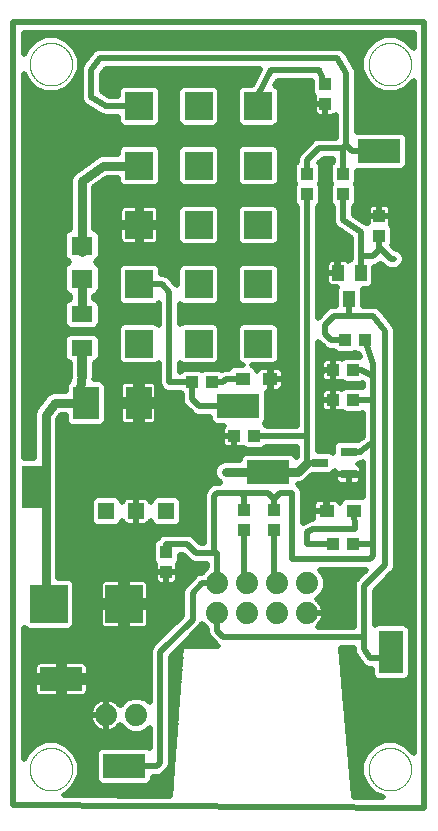
<source format=gtl>
G75*
%MOIN*%
%OFA0B0*%
%FSLAX25Y25*%
%IPPOS*%
%LPD*%
%AMOC8*
5,1,8,0,0,1.08239X$1,22.5*
%
%ADD10C,0.02000*%
%ADD11C,0.00000*%
%ADD12R,0.09300X0.09300*%
%ADD13R,0.04331X0.03937*%
%ADD14R,0.04921X0.04331*%
%ADD15R,0.08500X0.10799*%
%ADD16R,0.05200X0.02953*%
%ADD17R,0.07087X0.06299*%
%ADD18R,0.07087X0.05276*%
%ADD19C,0.07400*%
%ADD20R,0.03937X0.04331*%
%ADD21R,0.03937X0.05512*%
%ADD22R,0.14173X0.07874*%
%ADD23R,0.05543X0.05543*%
%ADD24R,0.12598X0.12598*%
%ADD25R,0.07874X0.14173*%
%ADD26C,0.03000*%
%ADD27C,0.02578*%
%ADD28C,0.03200*%
D10*
X0002456Y0003000D02*
X0139456Y0002000D01*
X0139456Y0264000D01*
X0002456Y0264000D01*
X0002456Y0003000D01*
X0005956Y0018323D02*
X0005956Y0062169D01*
X0006544Y0061581D01*
X0007463Y0061201D01*
X0021056Y0061201D01*
X0021974Y0061581D01*
X0022678Y0062285D01*
X0023058Y0063203D01*
X0023058Y0076796D01*
X0022678Y0077715D01*
X0021974Y0078419D01*
X0021056Y0078799D01*
X0017456Y0078799D01*
X0017456Y0131667D01*
X0018456Y0133000D01*
X0020001Y0133000D01*
X0020001Y0131103D01*
X0020382Y0130184D01*
X0021085Y0129481D01*
X0022004Y0129100D01*
X0031499Y0129100D01*
X0032417Y0129481D01*
X0033121Y0130184D01*
X0033501Y0131103D01*
X0033501Y0142897D01*
X0033121Y0143816D01*
X0032417Y0144519D01*
X0031499Y0144900D01*
X0029316Y0144900D01*
X0029556Y0145480D01*
X0029556Y0150257D01*
X0030415Y0150613D01*
X0031119Y0151316D01*
X0031499Y0152235D01*
X0031499Y0158505D01*
X0031119Y0159424D01*
X0030415Y0160127D01*
X0029497Y0160508D01*
X0021415Y0160508D01*
X0020497Y0160127D01*
X0019793Y0159424D01*
X0019413Y0158505D01*
X0019413Y0152235D01*
X0019793Y0151316D01*
X0020497Y0150613D01*
X0021356Y0150257D01*
X0021356Y0146012D01*
X0021113Y0144531D01*
X0021085Y0144519D01*
X0020382Y0143816D01*
X0020001Y0142897D01*
X0020001Y0141000D01*
X0016960Y0141000D01*
X0016678Y0141072D01*
X0016172Y0141000D01*
X0015660Y0141000D01*
X0015391Y0140888D01*
X0015103Y0140847D01*
X0014663Y0140587D01*
X0014190Y0140391D01*
X0013984Y0140185D01*
X0013733Y0140037D01*
X0013427Y0139627D01*
X0013065Y0139266D01*
X0012953Y0138997D01*
X0010427Y0135627D01*
X0010065Y0135266D01*
X0009953Y0134997D01*
X0009779Y0134763D01*
X0009652Y0134268D01*
X0009456Y0133796D01*
X0009456Y0133504D01*
X0009384Y0133222D01*
X0009456Y0132716D01*
X0009456Y0118587D01*
X0005956Y0118587D01*
X0005956Y0246677D01*
X0006829Y0244570D01*
X0009526Y0241873D01*
X0013049Y0240413D01*
X0016863Y0240413D01*
X0020386Y0241873D01*
X0023083Y0244570D01*
X0024543Y0248093D01*
X0024543Y0251907D01*
X0023083Y0255430D01*
X0020386Y0258127D01*
X0016863Y0259587D01*
X0013049Y0259587D01*
X0009526Y0258127D01*
X0006829Y0255430D01*
X0005956Y0253323D01*
X0005956Y0260500D01*
X0135956Y0260500D01*
X0135956Y0255557D01*
X0133386Y0258127D01*
X0129863Y0259587D01*
X0126049Y0259587D01*
X0122526Y0258127D01*
X0119829Y0255430D01*
X0118369Y0251907D01*
X0118369Y0248093D01*
X0119829Y0244570D01*
X0122526Y0241873D01*
X0126049Y0240413D01*
X0129863Y0240413D01*
X0133386Y0241873D01*
X0135956Y0244442D01*
X0135956Y0020557D01*
X0133386Y0023127D01*
X0129863Y0024587D01*
X0126049Y0024587D01*
X0122526Y0023127D01*
X0119829Y0020430D01*
X0118369Y0016907D01*
X0118369Y0013093D01*
X0119829Y0009570D01*
X0122526Y0006873D01*
X0125596Y0005601D01*
X0116116Y0005670D01*
X0111502Y0055500D01*
X0115867Y0055500D01*
X0115867Y0055424D01*
X0115798Y0055069D01*
X0115867Y0054734D01*
X0115867Y0054393D01*
X0116005Y0054059D01*
X0116078Y0053705D01*
X0116269Y0053422D01*
X0116400Y0053106D01*
X0116655Y0052851D01*
X0118358Y0050333D01*
X0118489Y0050017D01*
X0118744Y0049762D01*
X0118947Y0049463D01*
X0119232Y0049274D01*
X0119473Y0049033D01*
X0119807Y0048895D01*
X0120109Y0048696D01*
X0120444Y0048631D01*
X0120760Y0048500D01*
X0121121Y0048500D01*
X0121476Y0048431D01*
X0121811Y0048500D01*
X0122019Y0048500D01*
X0122019Y0046416D01*
X0122400Y0045497D01*
X0123103Y0044794D01*
X0124022Y0044413D01*
X0132890Y0044413D01*
X0133809Y0044794D01*
X0134512Y0045497D01*
X0134893Y0046416D01*
X0134893Y0061584D01*
X0134512Y0062503D01*
X0133809Y0063206D01*
X0132890Y0063587D01*
X0124022Y0063587D01*
X0123103Y0063206D01*
X0122867Y0062970D01*
X0122867Y0074524D01*
X0128417Y0079935D01*
X0128439Y0079944D01*
X0128915Y0080420D01*
X0129398Y0080891D01*
X0129407Y0080912D01*
X0129423Y0080928D01*
X0129681Y0081551D01*
X0129947Y0082170D01*
X0129947Y0082193D01*
X0129956Y0082215D01*
X0129956Y0082889D01*
X0129965Y0083563D01*
X0129956Y0083584D01*
X0129956Y0160806D01*
X0130011Y0161305D01*
X0129956Y0161497D01*
X0129956Y0161696D01*
X0129764Y0162160D01*
X0129624Y0162643D01*
X0129499Y0162798D01*
X0129423Y0162983D01*
X0129068Y0163338D01*
X0125499Y0167798D01*
X0125423Y0167983D01*
X0125068Y0168338D01*
X0124754Y0168730D01*
X0124580Y0168826D01*
X0124439Y0168967D01*
X0123974Y0169159D01*
X0123534Y0169402D01*
X0123336Y0169424D01*
X0123152Y0169500D01*
X0122650Y0169500D01*
X0122151Y0169555D01*
X0121959Y0169500D01*
X0118924Y0169500D01*
X0118924Y0174922D01*
X0118861Y0175075D01*
X0120662Y0175075D01*
X0121581Y0175455D01*
X0122284Y0176159D01*
X0122665Y0177078D01*
X0122665Y0182500D01*
X0123152Y0182500D01*
X0124439Y0183033D01*
X0124956Y0183550D01*
X0126473Y0182033D01*
X0127760Y0181500D01*
X0130152Y0181500D01*
X0131439Y0182033D01*
X0132423Y0183017D01*
X0132956Y0184304D01*
X0132956Y0185696D01*
X0132423Y0186983D01*
X0131439Y0187967D01*
X0130152Y0188500D01*
X0129906Y0188500D01*
X0128775Y0189631D01*
X0128924Y0189991D01*
X0128924Y0195316D01*
X0128544Y0196235D01*
X0128305Y0196473D01*
X0128424Y0196918D01*
X0128424Y0199346D01*
X0124456Y0199346D01*
X0124456Y0199347D01*
X0124456Y0203512D01*
X0122224Y0203512D01*
X0121716Y0203376D01*
X0121259Y0203112D01*
X0120887Y0202740D01*
X0120624Y0202284D01*
X0120487Y0201775D01*
X0120487Y0199347D01*
X0124456Y0199347D01*
X0124456Y0199347D01*
X0124456Y0203512D01*
X0126688Y0203512D01*
X0127196Y0203376D01*
X0127653Y0203112D01*
X0128025Y0202740D01*
X0128288Y0202284D01*
X0128424Y0201775D01*
X0128424Y0199347D01*
X0124456Y0199347D01*
X0124456Y0199346D01*
X0120487Y0199346D01*
X0120487Y0196918D01*
X0120439Y0196967D01*
X0120112Y0197102D01*
X0115956Y0199873D01*
X0115956Y0202484D01*
X0116544Y0203072D01*
X0116924Y0203991D01*
X0116924Y0209316D01*
X0116641Y0210000D01*
X0116924Y0210684D01*
X0116924Y0214563D01*
X0132040Y0214563D01*
X0132959Y0214944D01*
X0133662Y0215647D01*
X0134043Y0216566D01*
X0134043Y0225434D01*
X0133662Y0226353D01*
X0132959Y0227056D01*
X0132040Y0227437D01*
X0116956Y0227437D01*
X0116956Y0246569D01*
X0117020Y0246827D01*
X0116956Y0247259D01*
X0116956Y0247696D01*
X0116854Y0247941D01*
X0116815Y0248204D01*
X0116590Y0248579D01*
X0116423Y0248983D01*
X0116236Y0249170D01*
X0113590Y0253579D01*
X0113423Y0253983D01*
X0113236Y0254170D01*
X0113099Y0254398D01*
X0112748Y0254658D01*
X0112439Y0254967D01*
X0112193Y0255069D01*
X0111980Y0255227D01*
X0111556Y0255333D01*
X0111152Y0255500D01*
X0110887Y0255500D01*
X0110629Y0255564D01*
X0110197Y0255500D01*
X0031897Y0255500D01*
X0031650Y0255563D01*
X0031207Y0255500D01*
X0030760Y0255500D01*
X0030524Y0255402D01*
X0030272Y0255366D01*
X0029887Y0255138D01*
X0029473Y0254967D01*
X0029293Y0254787D01*
X0029074Y0254657D01*
X0028805Y0254299D01*
X0028489Y0253983D01*
X0028391Y0253747D01*
X0025805Y0250299D01*
X0025489Y0249983D01*
X0025391Y0249747D01*
X0025238Y0249543D01*
X0025127Y0249110D01*
X0024956Y0248696D01*
X0024956Y0248441D01*
X0024893Y0248194D01*
X0024956Y0247751D01*
X0024956Y0239259D01*
X0024892Y0238827D01*
X0024956Y0238569D01*
X0024956Y0238304D01*
X0025123Y0237900D01*
X0025229Y0237476D01*
X0025387Y0237263D01*
X0025489Y0237017D01*
X0025798Y0236708D01*
X0026058Y0236357D01*
X0026286Y0236220D01*
X0026473Y0236033D01*
X0026877Y0235866D01*
X0031286Y0233220D01*
X0031473Y0233033D01*
X0031877Y0232866D01*
X0032252Y0232641D01*
X0032515Y0232602D01*
X0032760Y0232500D01*
X0033197Y0232500D01*
X0033629Y0232436D01*
X0033887Y0232500D01*
X0037306Y0232500D01*
X0037306Y0230853D01*
X0037687Y0229934D01*
X0038390Y0229231D01*
X0039309Y0228850D01*
X0049603Y0228850D01*
X0050522Y0229231D01*
X0051225Y0229934D01*
X0051606Y0230853D01*
X0051606Y0241147D01*
X0051225Y0242066D01*
X0050522Y0242769D01*
X0049603Y0243150D01*
X0039309Y0243150D01*
X0038390Y0242769D01*
X0037687Y0242066D01*
X0037306Y0241147D01*
X0037306Y0239500D01*
X0034425Y0239500D01*
X0031956Y0240982D01*
X0031956Y0246833D01*
X0033206Y0248500D01*
X0084767Y0248500D01*
X0081964Y0243150D01*
X0078909Y0243150D01*
X0077990Y0242769D01*
X0077287Y0242066D01*
X0076906Y0241147D01*
X0076906Y0230853D01*
X0077287Y0229934D01*
X0077990Y0229231D01*
X0078909Y0228850D01*
X0089203Y0228850D01*
X0090122Y0229231D01*
X0090825Y0229934D01*
X0091206Y0230853D01*
X0091206Y0241147D01*
X0090825Y0242066D01*
X0090122Y0242769D01*
X0089748Y0242924D01*
X0090574Y0244500D01*
X0101987Y0244500D01*
X0101987Y0240684D01*
X0102368Y0239765D01*
X0102607Y0239527D01*
X0102487Y0239082D01*
X0102487Y0236654D01*
X0106456Y0236654D01*
X0106456Y0236653D01*
X0106456Y0232488D01*
X0108688Y0232488D01*
X0109196Y0232624D01*
X0109653Y0232888D01*
X0109956Y0233191D01*
X0109956Y0225500D01*
X0103760Y0225500D01*
X0102473Y0224967D01*
X0101489Y0223983D01*
X0097489Y0219983D01*
X0096956Y0218696D01*
X0096956Y0217516D01*
X0096368Y0216928D01*
X0095987Y0216009D01*
X0095987Y0210684D01*
X0096271Y0210000D01*
X0095987Y0209316D01*
X0095987Y0203991D01*
X0096368Y0203072D01*
X0096956Y0202484D01*
X0096956Y0129500D01*
X0086972Y0129500D01*
X0086384Y0130088D01*
X0086185Y0130170D01*
X0086662Y0130647D01*
X0087043Y0131566D01*
X0087043Y0140434D01*
X0086877Y0140835D01*
X0087999Y0140835D01*
X0087999Y0144917D01*
X0088165Y0144917D01*
X0088165Y0145083D01*
X0087999Y0145083D01*
X0087999Y0149165D01*
X0085358Y0149165D01*
X0084849Y0149029D01*
X0084393Y0148766D01*
X0084021Y0148393D01*
X0083758Y0147937D01*
X0083726Y0147819D01*
X0083410Y0148581D01*
X0082707Y0149285D01*
X0081825Y0149650D01*
X0089203Y0149650D01*
X0090122Y0150031D01*
X0090825Y0150734D01*
X0091206Y0151653D01*
X0091206Y0161947D01*
X0090825Y0162866D01*
X0090122Y0163569D01*
X0089203Y0163950D01*
X0078909Y0163950D01*
X0077990Y0163569D01*
X0077287Y0162866D01*
X0076906Y0161947D01*
X0076906Y0151653D01*
X0077287Y0150734D01*
X0077990Y0150031D01*
X0078872Y0149665D01*
X0075872Y0149665D01*
X0074953Y0149285D01*
X0074250Y0148581D01*
X0074216Y0148500D01*
X0072760Y0148500D01*
X0072074Y0148216D01*
X0071465Y0148468D01*
X0066140Y0148468D01*
X0065456Y0148185D01*
X0064772Y0148468D01*
X0059447Y0148468D01*
X0058528Y0148088D01*
X0057956Y0147516D01*
X0057956Y0150264D01*
X0058190Y0150031D01*
X0059109Y0149650D01*
X0069403Y0149650D01*
X0070322Y0150031D01*
X0071025Y0150734D01*
X0071406Y0151653D01*
X0071406Y0161947D01*
X0071025Y0162866D01*
X0070322Y0163569D01*
X0069403Y0163950D01*
X0059109Y0163950D01*
X0058190Y0163569D01*
X0057956Y0163336D01*
X0057956Y0170064D01*
X0058190Y0169831D01*
X0059109Y0169450D01*
X0069403Y0169450D01*
X0070322Y0169831D01*
X0071025Y0170534D01*
X0071406Y0171453D01*
X0071406Y0181747D01*
X0071025Y0182666D01*
X0070322Y0183369D01*
X0069403Y0183750D01*
X0059109Y0183750D01*
X0058190Y0183369D01*
X0057487Y0182666D01*
X0057106Y0181747D01*
X0057106Y0176300D01*
X0056439Y0176967D01*
X0053839Y0179567D01*
X0052552Y0180100D01*
X0051606Y0180100D01*
X0051606Y0181747D01*
X0051225Y0182666D01*
X0050522Y0183369D01*
X0049603Y0183750D01*
X0039309Y0183750D01*
X0038390Y0183369D01*
X0037687Y0182666D01*
X0037306Y0181747D01*
X0037306Y0171453D01*
X0037687Y0170534D01*
X0038390Y0169831D01*
X0039309Y0169450D01*
X0049603Y0169450D01*
X0050522Y0169831D01*
X0050956Y0170264D01*
X0050956Y0163136D01*
X0050522Y0163569D01*
X0049603Y0163950D01*
X0039309Y0163950D01*
X0038390Y0163569D01*
X0037687Y0162866D01*
X0037306Y0161947D01*
X0037306Y0151653D01*
X0037687Y0150734D01*
X0038390Y0150031D01*
X0039309Y0149650D01*
X0049603Y0149650D01*
X0050522Y0150031D01*
X0050956Y0150464D01*
X0050956Y0143304D01*
X0051489Y0142017D01*
X0052473Y0141033D01*
X0053760Y0140500D01*
X0057940Y0140500D01*
X0058528Y0139912D01*
X0058610Y0139878D01*
X0058610Y0137650D01*
X0059142Y0136364D01*
X0061489Y0134017D01*
X0062473Y0133033D01*
X0063760Y0132500D01*
X0067869Y0132500D01*
X0067869Y0131566D01*
X0068250Y0130647D01*
X0068953Y0129944D01*
X0069872Y0129563D01*
X0072710Y0129563D01*
X0072344Y0129197D01*
X0072080Y0128740D01*
X0071944Y0128232D01*
X0071944Y0126000D01*
X0076109Y0126000D01*
X0071944Y0126000D01*
X0071944Y0123768D01*
X0072080Y0123260D01*
X0072344Y0122803D01*
X0072716Y0122431D01*
X0073172Y0122168D01*
X0073681Y0122031D01*
X0076109Y0122031D01*
X0076109Y0126000D01*
X0076109Y0126000D01*
X0076110Y0126000D01*
X0076110Y0122031D01*
X0078538Y0122031D01*
X0078983Y0122151D01*
X0079221Y0121912D01*
X0080140Y0121531D01*
X0085465Y0121531D01*
X0086384Y0121912D01*
X0086972Y0122500D01*
X0096956Y0122500D01*
X0096956Y0119157D01*
X0096806Y0119006D01*
X0096662Y0119353D01*
X0095959Y0120056D01*
X0095040Y0120437D01*
X0079872Y0120437D01*
X0078953Y0120056D01*
X0078250Y0119353D01*
X0077869Y0118434D01*
X0077869Y0118000D01*
X0072660Y0118000D01*
X0071190Y0117391D01*
X0070065Y0116266D01*
X0069456Y0114796D01*
X0069456Y0113204D01*
X0070065Y0111734D01*
X0071190Y0110609D01*
X0071453Y0110500D01*
X0069760Y0110500D01*
X0068473Y0109967D01*
X0067473Y0108967D01*
X0066489Y0107983D01*
X0065956Y0106696D01*
X0065956Y0090500D01*
X0064906Y0090500D01*
X0062439Y0092967D01*
X0061152Y0093500D01*
X0052760Y0093500D01*
X0051473Y0092967D01*
X0050489Y0091983D01*
X0050400Y0091767D01*
X0050071Y0091631D01*
X0049368Y0090928D01*
X0048987Y0090009D01*
X0048987Y0084684D01*
X0049368Y0083765D01*
X0049607Y0083527D01*
X0049487Y0083082D01*
X0049487Y0080654D01*
X0053456Y0080654D01*
X0057424Y0080654D01*
X0057424Y0083082D01*
X0057305Y0083527D01*
X0057544Y0083765D01*
X0057924Y0084684D01*
X0057924Y0086500D01*
X0059006Y0086500D01*
X0061473Y0084033D01*
X0062760Y0083500D01*
X0066956Y0083500D01*
X0066956Y0082261D01*
X0066944Y0082256D01*
X0065200Y0080512D01*
X0065195Y0080500D01*
X0064760Y0080500D01*
X0063473Y0079967D01*
X0062489Y0078983D01*
X0060173Y0076667D01*
X0059189Y0075683D01*
X0058656Y0074396D01*
X0058656Y0066150D01*
X0049473Y0056967D01*
X0048489Y0055983D01*
X0047956Y0054696D01*
X0047956Y0037268D01*
X0046968Y0038256D01*
X0044689Y0039200D01*
X0042223Y0039200D01*
X0039944Y0038256D01*
X0038200Y0036512D01*
X0038109Y0036293D01*
X0037804Y0036713D01*
X0037169Y0037348D01*
X0036443Y0037875D01*
X0035644Y0038282D01*
X0034791Y0038560D01*
X0033905Y0038700D01*
X0033456Y0038700D01*
X0033456Y0033000D01*
X0033456Y0033000D01*
X0033456Y0027300D01*
X0033905Y0027300D01*
X0034791Y0027440D01*
X0035644Y0027718D01*
X0036443Y0028125D01*
X0037169Y0028652D01*
X0037804Y0029287D01*
X0038109Y0029707D01*
X0038200Y0029488D01*
X0039944Y0027744D01*
X0042223Y0026800D01*
X0044689Y0026800D01*
X0046968Y0027744D01*
X0047956Y0028732D01*
X0047956Y0022058D01*
X0047040Y0022437D01*
X0031872Y0022437D01*
X0030953Y0022056D01*
X0030250Y0021353D01*
X0029869Y0020434D01*
X0029869Y0011566D01*
X0030250Y0010647D01*
X0030953Y0009944D01*
X0031872Y0009563D01*
X0047040Y0009563D01*
X0047959Y0009944D01*
X0048662Y0010647D01*
X0049043Y0011566D01*
X0049043Y0012500D01*
X0051152Y0012500D01*
X0052439Y0013033D01*
X0053423Y0014017D01*
X0054423Y0015017D01*
X0054956Y0016304D01*
X0054956Y0052550D01*
X0064139Y0061733D01*
X0065123Y0062717D01*
X0065371Y0063317D01*
X0066944Y0061744D01*
X0066956Y0061739D01*
X0066956Y0060304D01*
X0067489Y0059017D01*
X0069489Y0057017D01*
X0070473Y0056033D01*
X0070553Y0056000D01*
X0058456Y0056000D01*
X0054691Y0006119D01*
X0019191Y0006378D01*
X0020386Y0006873D01*
X0023083Y0009570D01*
X0024543Y0013093D01*
X0024543Y0016907D01*
X0023083Y0020430D01*
X0020386Y0023127D01*
X0016863Y0024587D01*
X0013049Y0024587D01*
X0009526Y0023127D01*
X0006829Y0020430D01*
X0005956Y0018323D01*
X0005956Y0019987D02*
X0006645Y0019987D01*
X0005956Y0021985D02*
X0008384Y0021985D01*
X0005956Y0023984D02*
X0011593Y0023984D01*
X0005956Y0025982D02*
X0047956Y0025982D01*
X0047956Y0023984D02*
X0018319Y0023984D01*
X0021528Y0021985D02*
X0030882Y0021985D01*
X0029869Y0019987D02*
X0023267Y0019987D01*
X0024095Y0017988D02*
X0029869Y0017988D01*
X0029869Y0015990D02*
X0024543Y0015990D01*
X0024543Y0013991D02*
X0029869Y0013991D01*
X0029869Y0011993D02*
X0024087Y0011993D01*
X0023259Y0009994D02*
X0030903Y0009994D01*
X0021509Y0007996D02*
X0054833Y0007996D01*
X0054984Y0009994D02*
X0048009Y0009994D01*
X0049043Y0011993D02*
X0055135Y0011993D01*
X0055286Y0013991D02*
X0053397Y0013991D01*
X0054826Y0015990D02*
X0055436Y0015990D01*
X0055587Y0017988D02*
X0054956Y0017988D01*
X0054956Y0019987D02*
X0055738Y0019987D01*
X0055889Y0021985D02*
X0054956Y0021985D01*
X0054956Y0023984D02*
X0056040Y0023984D01*
X0056190Y0025982D02*
X0054956Y0025982D01*
X0054956Y0027981D02*
X0056341Y0027981D01*
X0056492Y0029979D02*
X0054956Y0029979D01*
X0054956Y0031978D02*
X0056643Y0031978D01*
X0056794Y0033976D02*
X0054956Y0033976D01*
X0054956Y0035975D02*
X0056945Y0035975D01*
X0057095Y0037973D02*
X0054956Y0037973D01*
X0054956Y0039972D02*
X0057246Y0039972D01*
X0057397Y0041970D02*
X0054956Y0041970D01*
X0054956Y0043969D02*
X0057548Y0043969D01*
X0057699Y0045967D02*
X0054956Y0045967D01*
X0054956Y0047966D02*
X0057850Y0047966D01*
X0058000Y0049964D02*
X0054956Y0049964D01*
X0054956Y0051963D02*
X0058151Y0051963D01*
X0058302Y0053961D02*
X0056367Y0053961D01*
X0058366Y0055960D02*
X0058453Y0055960D01*
X0060364Y0057958D02*
X0068548Y0057958D01*
X0067100Y0059957D02*
X0062363Y0059957D01*
X0064361Y0061955D02*
X0066733Y0061955D01*
X0070456Y0061000D02*
X0070456Y0067000D01*
X0070456Y0061000D02*
X0072456Y0059000D01*
X0119367Y0059000D01*
X0119367Y0076000D01*
X0126456Y0082911D01*
X0126456Y0161000D01*
X0122456Y0166000D01*
X0114456Y0166000D01*
X0109456Y0166000D01*
X0106456Y0163000D01*
X0106456Y0160000D01*
X0108456Y0158000D01*
X0113110Y0158000D01*
X0115772Y0153531D02*
X0110447Y0153531D01*
X0109528Y0153912D01*
X0108940Y0154500D01*
X0107760Y0154500D01*
X0106473Y0155033D01*
X0105489Y0156017D01*
X0105489Y0156017D01*
X0104473Y0157033D01*
X0104473Y0157033D01*
X0103956Y0157550D01*
X0103956Y0120976D01*
X0107853Y0120976D01*
X0108772Y0120596D01*
X0109056Y0120312D01*
X0109056Y0122674D01*
X0109437Y0123593D01*
X0110140Y0124296D01*
X0111059Y0124676D01*
X0117253Y0124676D01*
X0117428Y0124604D01*
X0118956Y0125750D01*
X0118956Y0133735D01*
X0118465Y0133531D01*
X0113140Y0133531D01*
X0112221Y0133912D01*
X0111983Y0134151D01*
X0111538Y0134031D01*
X0109110Y0134031D01*
X0109110Y0138000D01*
X0109109Y0138000D01*
X0104944Y0138000D01*
X0109109Y0138000D01*
X0109109Y0138000D01*
X0109109Y0134031D01*
X0106681Y0134031D01*
X0106172Y0134168D01*
X0105716Y0134431D01*
X0105344Y0134803D01*
X0105080Y0135260D01*
X0104944Y0135768D01*
X0104944Y0138000D01*
X0104944Y0140232D01*
X0105080Y0140740D01*
X0105344Y0141197D01*
X0105716Y0141569D01*
X0106172Y0141832D01*
X0106681Y0141968D01*
X0109109Y0141968D01*
X0109109Y0138000D01*
X0109110Y0138000D01*
X0109110Y0141968D01*
X0111538Y0141968D01*
X0111983Y0141849D01*
X0112221Y0142088D01*
X0113140Y0142468D01*
X0118465Y0142468D01*
X0118956Y0142265D01*
X0118956Y0143735D01*
X0118465Y0143531D01*
X0113140Y0143531D01*
X0112221Y0143912D01*
X0111983Y0144151D01*
X0111538Y0144031D01*
X0109110Y0144031D01*
X0109110Y0148000D01*
X0109109Y0148000D01*
X0104944Y0148000D01*
X0109109Y0148000D01*
X0109109Y0148000D01*
X0109109Y0144031D01*
X0106681Y0144031D01*
X0106172Y0144168D01*
X0105716Y0144431D01*
X0105344Y0144803D01*
X0105080Y0145260D01*
X0104944Y0145768D01*
X0104944Y0148000D01*
X0104944Y0150232D01*
X0105080Y0150740D01*
X0105344Y0151197D01*
X0105716Y0151569D01*
X0106172Y0151832D01*
X0106681Y0151968D01*
X0109109Y0151968D01*
X0109109Y0148000D01*
X0109110Y0148000D01*
X0109110Y0151968D01*
X0111538Y0151968D01*
X0111983Y0151849D01*
X0112221Y0152088D01*
X0113140Y0152468D01*
X0117950Y0152468D01*
X0117597Y0153531D01*
X0117140Y0153531D01*
X0116456Y0153815D01*
X0115772Y0153531D01*
X0112021Y0151888D02*
X0111837Y0151888D01*
X0109110Y0151888D02*
X0109109Y0151888D01*
X0109109Y0149890D02*
X0109110Y0149890D01*
X0109110Y0148000D02*
X0106456Y0148000D01*
X0104456Y0147000D01*
X0104456Y0138000D01*
X0109110Y0138000D01*
X0109109Y0137899D02*
X0109110Y0137899D01*
X0109109Y0139897D02*
X0109110Y0139897D01*
X0109109Y0141896D02*
X0109110Y0141896D01*
X0109109Y0145893D02*
X0109110Y0145893D01*
X0109109Y0147891D02*
X0109110Y0147891D01*
X0106382Y0151888D02*
X0103956Y0151888D01*
X0103956Y0149890D02*
X0104944Y0149890D01*
X0104944Y0147891D02*
X0103956Y0147891D01*
X0103956Y0145893D02*
X0104944Y0145893D01*
X0103956Y0143894D02*
X0112264Y0143894D01*
X0112029Y0141896D02*
X0111810Y0141896D01*
X0115802Y0138000D02*
X0122456Y0138000D01*
X0122456Y0146000D01*
X0118456Y0148000D01*
X0115802Y0148000D01*
X0122456Y0150000D02*
X0119802Y0158000D01*
X0122456Y0150000D02*
X0122456Y0146000D01*
X0122456Y0138000D02*
X0122456Y0124000D01*
X0122456Y0090000D01*
X0115802Y0090000D01*
X0116456Y0095000D02*
X0102456Y0095000D01*
X0100456Y0094000D01*
X0100456Y0090000D01*
X0109110Y0090000D01*
X0104724Y0081500D02*
X0119995Y0081500D01*
X0117406Y0078976D01*
X0117384Y0078967D01*
X0116908Y0078491D01*
X0116425Y0078020D01*
X0116416Y0077999D01*
X0116400Y0077983D01*
X0116142Y0077360D01*
X0115876Y0076741D01*
X0115876Y0076718D01*
X0115867Y0076696D01*
X0115867Y0076022D01*
X0115858Y0075348D01*
X0115867Y0075327D01*
X0115867Y0062500D01*
X0103960Y0062500D01*
X0104169Y0062652D01*
X0104804Y0063287D01*
X0105331Y0064013D01*
X0105738Y0064812D01*
X0106016Y0065665D01*
X0106156Y0066551D01*
X0106156Y0067000D01*
X0106156Y0067449D01*
X0106016Y0068335D01*
X0105738Y0069188D01*
X0105331Y0069987D01*
X0104804Y0070713D01*
X0104169Y0071348D01*
X0103749Y0071653D01*
X0103968Y0071744D01*
X0105712Y0073488D01*
X0106656Y0075767D01*
X0106656Y0078233D01*
X0105712Y0080512D01*
X0104724Y0081500D01*
X0105948Y0079942D02*
X0118397Y0079942D01*
X0116384Y0077943D02*
X0106656Y0077943D01*
X0106656Y0075945D02*
X0115866Y0075945D01*
X0115867Y0073946D02*
X0105902Y0073946D01*
X0104172Y0071948D02*
X0115867Y0071948D01*
X0115867Y0069949D02*
X0105350Y0069949D01*
X0106076Y0067951D02*
X0115867Y0067951D01*
X0115867Y0065952D02*
X0106061Y0065952D01*
X0106156Y0067000D02*
X0100456Y0067000D01*
X0106156Y0067000D01*
X0105288Y0063954D02*
X0115867Y0063954D01*
X0119367Y0059000D02*
X0119367Y0055089D01*
X0121456Y0052000D01*
X0128456Y0052000D01*
X0128456Y0054000D01*
X0122019Y0047966D02*
X0112200Y0047966D01*
X0112015Y0049964D02*
X0118542Y0049964D01*
X0117256Y0051963D02*
X0111830Y0051963D01*
X0111645Y0053961D02*
X0116025Y0053961D01*
X0112385Y0045967D02*
X0122205Y0045967D01*
X0113310Y0035975D02*
X0135956Y0035975D01*
X0135956Y0037973D02*
X0113125Y0037973D01*
X0112940Y0039972D02*
X0135956Y0039972D01*
X0135956Y0041970D02*
X0112755Y0041970D01*
X0112570Y0043969D02*
X0135956Y0043969D01*
X0135956Y0045967D02*
X0134707Y0045967D01*
X0134893Y0047966D02*
X0135956Y0047966D01*
X0135956Y0049964D02*
X0134893Y0049964D01*
X0134893Y0051963D02*
X0135956Y0051963D01*
X0135956Y0053961D02*
X0134893Y0053961D01*
X0134893Y0055960D02*
X0135956Y0055960D01*
X0135956Y0057958D02*
X0134893Y0057958D01*
X0134893Y0059957D02*
X0135956Y0059957D01*
X0135956Y0061955D02*
X0134739Y0061955D01*
X0135956Y0063954D02*
X0122867Y0063954D01*
X0122867Y0065952D02*
X0135956Y0065952D01*
X0135956Y0067951D02*
X0122867Y0067951D01*
X0122867Y0069949D02*
X0135956Y0069949D01*
X0135956Y0071948D02*
X0122867Y0071948D01*
X0122867Y0073946D02*
X0135956Y0073946D01*
X0135956Y0075945D02*
X0124324Y0075945D01*
X0126374Y0077943D02*
X0135956Y0077943D01*
X0135956Y0079942D02*
X0128434Y0079942D01*
X0129848Y0081940D02*
X0135956Y0081940D01*
X0135956Y0083939D02*
X0129956Y0083939D01*
X0129956Y0085937D02*
X0135956Y0085937D01*
X0135956Y0087936D02*
X0129956Y0087936D01*
X0129956Y0089934D02*
X0135956Y0089934D01*
X0135956Y0091933D02*
X0129956Y0091933D01*
X0129956Y0093932D02*
X0135956Y0093932D01*
X0135956Y0095930D02*
X0129956Y0095930D01*
X0129956Y0097929D02*
X0135956Y0097929D01*
X0135956Y0099927D02*
X0129956Y0099927D01*
X0129956Y0101926D02*
X0135956Y0101926D01*
X0135956Y0103924D02*
X0129956Y0103924D01*
X0129956Y0105923D02*
X0135956Y0105923D01*
X0135956Y0107921D02*
X0129956Y0107921D01*
X0129956Y0109920D02*
X0135956Y0109920D01*
X0135956Y0111918D02*
X0129956Y0111918D01*
X0129956Y0113917D02*
X0135956Y0113917D01*
X0135956Y0115915D02*
X0129956Y0115915D01*
X0129956Y0117914D02*
X0135956Y0117914D01*
X0135956Y0119912D02*
X0129956Y0119912D01*
X0129956Y0121911D02*
X0135956Y0121911D01*
X0135956Y0123909D02*
X0129956Y0123909D01*
X0129956Y0125908D02*
X0135956Y0125908D01*
X0135956Y0127906D02*
X0129956Y0127906D01*
X0129956Y0129905D02*
X0135956Y0129905D01*
X0135956Y0131903D02*
X0129956Y0131903D01*
X0129956Y0133902D02*
X0135956Y0133902D01*
X0135956Y0135900D02*
X0129956Y0135900D01*
X0129956Y0137899D02*
X0135956Y0137899D01*
X0135956Y0139897D02*
X0129956Y0139897D01*
X0129956Y0141896D02*
X0135956Y0141896D01*
X0135956Y0143894D02*
X0129956Y0143894D01*
X0129956Y0145893D02*
X0135956Y0145893D01*
X0135956Y0147891D02*
X0129956Y0147891D01*
X0129956Y0149890D02*
X0135956Y0149890D01*
X0135956Y0151888D02*
X0129956Y0151888D01*
X0129956Y0153887D02*
X0135956Y0153887D01*
X0135956Y0155885D02*
X0129956Y0155885D01*
X0129956Y0157884D02*
X0135956Y0157884D01*
X0135956Y0159882D02*
X0129956Y0159882D01*
X0129879Y0161881D02*
X0135956Y0161881D01*
X0135956Y0163879D02*
X0128635Y0163879D01*
X0127036Y0165878D02*
X0135956Y0165878D01*
X0135956Y0167876D02*
X0125467Y0167876D01*
X0121996Y0175870D02*
X0135956Y0175870D01*
X0135956Y0173872D02*
X0118924Y0173872D01*
X0118924Y0171873D02*
X0135956Y0171873D01*
X0135956Y0169875D02*
X0118924Y0169875D01*
X0122665Y0177869D02*
X0135956Y0177869D01*
X0135956Y0179868D02*
X0122665Y0179868D01*
X0122665Y0181866D02*
X0126876Y0181866D01*
X0128456Y0185000D02*
X0124456Y0189000D01*
X0124456Y0188000D01*
X0122456Y0186000D01*
X0118456Y0186000D01*
X0118196Y0180331D01*
X0118456Y0186000D02*
X0118456Y0194000D01*
X0112456Y0198000D01*
X0112456Y0206654D01*
X0108368Y0203072D02*
X0108956Y0202484D01*
X0108956Y0198343D01*
X0108887Y0197996D01*
X0108956Y0197653D01*
X0108956Y0197304D01*
X0109091Y0196977D01*
X0109160Y0196631D01*
X0109355Y0196340D01*
X0109489Y0196017D01*
X0109739Y0195768D01*
X0109935Y0195474D01*
X0110226Y0195280D01*
X0110473Y0195033D01*
X0110800Y0194898D01*
X0114956Y0192127D01*
X0114956Y0186080D01*
X0114918Y0185250D01*
X0114812Y0185206D01*
X0114108Y0184503D01*
X0114105Y0184495D01*
X0113912Y0184687D01*
X0113456Y0184950D01*
X0112948Y0185087D01*
X0110716Y0185087D01*
X0110716Y0180331D01*
X0110716Y0180331D01*
X0110716Y0185087D01*
X0108484Y0185087D01*
X0107975Y0184950D01*
X0107519Y0184687D01*
X0107147Y0184315D01*
X0106884Y0183859D01*
X0106747Y0183350D01*
X0106747Y0180331D01*
X0110716Y0180331D01*
X0110456Y0186000D01*
X0106456Y0188000D01*
X0106456Y0192000D01*
X0103956Y0191859D02*
X0114956Y0191859D01*
X0114956Y0189860D02*
X0103956Y0189860D01*
X0103956Y0187862D02*
X0114956Y0187862D01*
X0114946Y0185863D02*
X0103956Y0185863D01*
X0103956Y0183865D02*
X0106887Y0183865D01*
X0106747Y0181866D02*
X0103956Y0181866D01*
X0103956Y0179868D02*
X0106747Y0179868D01*
X0106747Y0180331D02*
X0106747Y0177311D01*
X0106884Y0176803D01*
X0107147Y0176347D01*
X0107519Y0175974D01*
X0107975Y0175711D01*
X0108484Y0175575D01*
X0110258Y0175575D01*
X0109987Y0174922D01*
X0109987Y0169500D01*
X0108760Y0169500D01*
X0107473Y0168967D01*
X0103956Y0165450D01*
X0103956Y0202484D01*
X0104544Y0203072D01*
X0104924Y0203991D01*
X0104924Y0209316D01*
X0104641Y0210000D01*
X0104924Y0210684D01*
X0104924Y0216009D01*
X0104544Y0216928D01*
X0104439Y0217033D01*
X0105906Y0218500D01*
X0108956Y0218500D01*
X0108956Y0217516D01*
X0108368Y0216928D01*
X0107987Y0216009D01*
X0107987Y0210684D01*
X0108271Y0210000D01*
X0107987Y0209316D01*
X0107987Y0203991D01*
X0108368Y0203072D01*
X0108046Y0203850D02*
X0104866Y0203850D01*
X0104924Y0205848D02*
X0107987Y0205848D01*
X0107987Y0207847D02*
X0104924Y0207847D01*
X0104705Y0209845D02*
X0108207Y0209845D01*
X0107987Y0211844D02*
X0104924Y0211844D01*
X0104924Y0213842D02*
X0107987Y0213842D01*
X0107987Y0215841D02*
X0104924Y0215841D01*
X0105245Y0217839D02*
X0108956Y0217839D01*
X0112456Y0222000D02*
X0113456Y0223000D01*
X0115456Y0221000D01*
X0124456Y0221000D01*
X0116956Y0227832D02*
X0135956Y0227832D01*
X0135956Y0229830D02*
X0116956Y0229830D01*
X0116956Y0231829D02*
X0135956Y0231829D01*
X0135956Y0233827D02*
X0116956Y0233827D01*
X0116956Y0235826D02*
X0135956Y0235826D01*
X0135956Y0237824D02*
X0116956Y0237824D01*
X0116956Y0239823D02*
X0135956Y0239823D01*
X0135956Y0241821D02*
X0133262Y0241821D01*
X0135333Y0243820D02*
X0135956Y0243820D01*
X0135956Y0255811D02*
X0135703Y0255811D01*
X0135956Y0257809D02*
X0133704Y0257809D01*
X0135956Y0259808D02*
X0005956Y0259808D01*
X0005956Y0257809D02*
X0009208Y0257809D01*
X0007209Y0255811D02*
X0005956Y0255811D01*
X0005956Y0253812D02*
X0006159Y0253812D01*
X0006312Y0245818D02*
X0005956Y0245818D01*
X0005956Y0243820D02*
X0007579Y0243820D01*
X0005956Y0241821D02*
X0009650Y0241821D01*
X0005956Y0239823D02*
X0024956Y0239823D01*
X0024956Y0241821D02*
X0020262Y0241821D01*
X0022333Y0243820D02*
X0024956Y0243820D01*
X0024956Y0245818D02*
X0023600Y0245818D01*
X0024428Y0247817D02*
X0024947Y0247817D01*
X0024543Y0249815D02*
X0025420Y0249815D01*
X0024543Y0251814D02*
X0026941Y0251814D01*
X0028418Y0253812D02*
X0023753Y0253812D01*
X0022703Y0255811D02*
X0120209Y0255811D01*
X0119159Y0253812D02*
X0113494Y0253812D01*
X0114649Y0251814D02*
X0118369Y0251814D01*
X0118369Y0249815D02*
X0115848Y0249815D01*
X0116906Y0247817D02*
X0118484Y0247817D01*
X0119312Y0245818D02*
X0116956Y0245818D01*
X0116956Y0243820D02*
X0120579Y0243820D01*
X0122650Y0241821D02*
X0116956Y0241821D01*
X0113456Y0247000D02*
X0113456Y0223000D01*
X0112456Y0222000D02*
X0112456Y0213346D01*
X0116924Y0213842D02*
X0135956Y0213842D01*
X0135956Y0211844D02*
X0116924Y0211844D01*
X0116705Y0209845D02*
X0135956Y0209845D01*
X0135956Y0207847D02*
X0116924Y0207847D01*
X0116924Y0205848D02*
X0135956Y0205848D01*
X0135956Y0203850D02*
X0116866Y0203850D01*
X0115956Y0201851D02*
X0120508Y0201851D01*
X0120487Y0199853D02*
X0115987Y0199853D01*
X0118985Y0197854D02*
X0120487Y0197854D01*
X0124456Y0199346D02*
X0124456Y0208000D01*
X0124456Y0201851D02*
X0124456Y0201851D01*
X0124456Y0199853D02*
X0124456Y0199853D01*
X0128424Y0199853D02*
X0135956Y0199853D01*
X0135956Y0201851D02*
X0128404Y0201851D01*
X0128424Y0197854D02*
X0135956Y0197854D01*
X0135956Y0195856D02*
X0128701Y0195856D01*
X0128924Y0193857D02*
X0135956Y0193857D01*
X0135956Y0191859D02*
X0128924Y0191859D01*
X0128870Y0189860D02*
X0135956Y0189860D01*
X0135956Y0187862D02*
X0131544Y0187862D01*
X0132887Y0185863D02*
X0135956Y0185863D01*
X0135956Y0183865D02*
X0132774Y0183865D01*
X0131036Y0181866D02*
X0135956Y0181866D01*
X0129456Y0185000D02*
X0128456Y0185000D01*
X0124456Y0189000D02*
X0124456Y0192654D01*
X0112361Y0193857D02*
X0103956Y0193857D01*
X0103956Y0195856D02*
X0109651Y0195856D01*
X0108916Y0197854D02*
X0103956Y0197854D01*
X0103956Y0199853D02*
X0108956Y0199853D01*
X0108956Y0201851D02*
X0103956Y0201851D01*
X0100456Y0206654D02*
X0100456Y0126000D01*
X0082802Y0126000D01*
X0079224Y0121911D02*
X0017456Y0121911D01*
X0017456Y0123909D02*
X0071944Y0123909D01*
X0071944Y0125908D02*
X0017456Y0125908D01*
X0017456Y0127906D02*
X0071944Y0127906D01*
X0069047Y0129905D02*
X0049474Y0129905D01*
X0049639Y0130000D02*
X0049183Y0129737D01*
X0048674Y0129600D01*
X0045161Y0129600D01*
X0045161Y0136000D01*
X0045161Y0138000D01*
X0050411Y0138000D01*
X0050411Y0142663D01*
X0050274Y0143172D01*
X0050011Y0143628D01*
X0049639Y0144000D01*
X0049183Y0144263D01*
X0048674Y0144400D01*
X0045161Y0144400D01*
X0045161Y0138000D01*
X0043161Y0138000D01*
X0043161Y0144400D01*
X0039647Y0144400D01*
X0039139Y0144263D01*
X0038683Y0144000D01*
X0038310Y0143628D01*
X0038047Y0143172D01*
X0037911Y0142663D01*
X0037911Y0138000D01*
X0043161Y0138000D01*
X0043161Y0136000D01*
X0045161Y0136000D01*
X0050411Y0136000D01*
X0050411Y0131337D01*
X0050274Y0130828D01*
X0050011Y0130372D01*
X0049639Y0130000D01*
X0050411Y0131903D02*
X0067869Y0131903D01*
X0064456Y0136000D02*
X0077456Y0136000D01*
X0078830Y0145000D02*
X0073456Y0145000D01*
X0072456Y0144000D01*
X0068802Y0144000D01*
X0069982Y0149890D02*
X0078330Y0149890D01*
X0076906Y0151888D02*
X0071406Y0151888D01*
X0071406Y0153887D02*
X0076906Y0153887D01*
X0076906Y0155885D02*
X0071406Y0155885D01*
X0071406Y0157884D02*
X0076906Y0157884D01*
X0076906Y0159882D02*
X0071406Y0159882D01*
X0071406Y0161881D02*
X0076906Y0161881D01*
X0078738Y0163879D02*
X0069574Y0163879D01*
X0070366Y0169875D02*
X0077945Y0169875D01*
X0077990Y0169831D02*
X0078909Y0169450D01*
X0089203Y0169450D01*
X0090122Y0169831D01*
X0090825Y0170534D01*
X0091206Y0171453D01*
X0091206Y0181747D01*
X0090825Y0182666D01*
X0090122Y0183369D01*
X0089203Y0183750D01*
X0078909Y0183750D01*
X0077990Y0183369D01*
X0077287Y0182666D01*
X0076906Y0181747D01*
X0076906Y0171453D01*
X0077287Y0170534D01*
X0077990Y0169831D01*
X0076906Y0171873D02*
X0071406Y0171873D01*
X0071406Y0173872D02*
X0076906Y0173872D01*
X0076906Y0175870D02*
X0071406Y0175870D01*
X0071406Y0177869D02*
X0076906Y0177869D01*
X0076906Y0179868D02*
X0071406Y0179868D01*
X0071357Y0181866D02*
X0076955Y0181866D01*
X0078909Y0189250D02*
X0089203Y0189250D01*
X0090122Y0189631D01*
X0090825Y0190334D01*
X0091206Y0191253D01*
X0091206Y0201547D01*
X0090825Y0202466D01*
X0090122Y0203169D01*
X0089203Y0203550D01*
X0078909Y0203550D01*
X0077990Y0203169D01*
X0077287Y0202466D01*
X0076906Y0201547D01*
X0076906Y0191253D01*
X0077287Y0190334D01*
X0077990Y0189631D01*
X0078909Y0189250D01*
X0077760Y0189860D02*
X0070552Y0189860D01*
X0070322Y0189631D02*
X0071025Y0190334D01*
X0071406Y0191253D01*
X0071406Y0201547D01*
X0071025Y0202466D01*
X0070322Y0203169D01*
X0069403Y0203550D01*
X0059109Y0203550D01*
X0058190Y0203169D01*
X0057487Y0202466D01*
X0057106Y0201547D01*
X0057106Y0191253D01*
X0057487Y0190334D01*
X0058190Y0189631D01*
X0059109Y0189250D01*
X0069403Y0189250D01*
X0070322Y0189631D01*
X0071406Y0191859D02*
X0076906Y0191859D01*
X0076906Y0193857D02*
X0071406Y0193857D01*
X0071406Y0195856D02*
X0076906Y0195856D01*
X0076906Y0197854D02*
X0071406Y0197854D01*
X0071406Y0199853D02*
X0076906Y0199853D01*
X0077032Y0201851D02*
X0071280Y0201851D01*
X0069403Y0209050D02*
X0070322Y0209431D01*
X0071025Y0210134D01*
X0071406Y0211053D01*
X0071406Y0221347D01*
X0071025Y0222266D01*
X0070322Y0222969D01*
X0069403Y0223350D01*
X0059109Y0223350D01*
X0058190Y0222969D01*
X0057487Y0222266D01*
X0057106Y0221347D01*
X0057106Y0211053D01*
X0057487Y0210134D01*
X0058190Y0209431D01*
X0059109Y0209050D01*
X0069403Y0209050D01*
X0070737Y0209845D02*
X0077575Y0209845D01*
X0077287Y0210134D02*
X0077990Y0209431D01*
X0078909Y0209050D01*
X0089203Y0209050D01*
X0090122Y0209431D01*
X0090825Y0210134D01*
X0091206Y0211053D01*
X0091206Y0221347D01*
X0090825Y0222266D01*
X0090122Y0222969D01*
X0089203Y0223350D01*
X0078909Y0223350D01*
X0077990Y0222969D01*
X0077287Y0222266D01*
X0076906Y0221347D01*
X0076906Y0211053D01*
X0077287Y0210134D01*
X0076906Y0211844D02*
X0071406Y0211844D01*
X0071406Y0213842D02*
X0076906Y0213842D01*
X0076906Y0215841D02*
X0071406Y0215841D01*
X0071406Y0217839D02*
X0076906Y0217839D01*
X0076906Y0219838D02*
X0071406Y0219838D01*
X0071203Y0221836D02*
X0077109Y0221836D01*
X0077390Y0229830D02*
X0070922Y0229830D01*
X0071025Y0229934D02*
X0071406Y0230853D01*
X0071406Y0241147D01*
X0071025Y0242066D01*
X0070322Y0242769D01*
X0069403Y0243150D01*
X0059109Y0243150D01*
X0058190Y0242769D01*
X0057487Y0242066D01*
X0057106Y0241147D01*
X0057106Y0230853D01*
X0057487Y0229934D01*
X0058190Y0229231D01*
X0059109Y0228850D01*
X0069403Y0228850D01*
X0070322Y0229231D01*
X0071025Y0229934D01*
X0071406Y0231829D02*
X0076906Y0231829D01*
X0076906Y0233827D02*
X0071406Y0233827D01*
X0071406Y0235826D02*
X0076906Y0235826D01*
X0076906Y0237824D02*
X0071406Y0237824D01*
X0071406Y0239823D02*
X0076906Y0239823D01*
X0077185Y0241821D02*
X0071127Y0241821D01*
X0082315Y0243820D02*
X0031956Y0243820D01*
X0031956Y0245818D02*
X0083362Y0245818D01*
X0084409Y0247817D02*
X0032694Y0247817D01*
X0028456Y0248000D02*
X0031456Y0252000D01*
X0110456Y0252000D01*
X0113456Y0247000D01*
X0106456Y0243346D02*
X0104456Y0248000D01*
X0088456Y0248000D01*
X0084056Y0239600D01*
X0084056Y0236000D01*
X0090217Y0243820D02*
X0101987Y0243820D01*
X0101987Y0241821D02*
X0090927Y0241821D01*
X0091206Y0239823D02*
X0102344Y0239823D01*
X0102487Y0237824D02*
X0091206Y0237824D01*
X0091206Y0235826D02*
X0102487Y0235826D01*
X0102487Y0236653D02*
X0102487Y0234225D01*
X0102624Y0233716D01*
X0102887Y0233260D01*
X0103259Y0232888D01*
X0103716Y0232624D01*
X0104224Y0232488D01*
X0106456Y0232488D01*
X0106456Y0236653D01*
X0106456Y0236653D01*
X0102487Y0236653D01*
X0102594Y0233827D02*
X0091206Y0233827D01*
X0091206Y0231829D02*
X0109956Y0231829D01*
X0109956Y0229830D02*
X0090722Y0229830D01*
X0091003Y0221836D02*
X0099342Y0221836D01*
X0101341Y0223835D02*
X0005956Y0223835D01*
X0005956Y0225833D02*
X0109956Y0225833D01*
X0109956Y0227832D02*
X0005956Y0227832D01*
X0005956Y0229830D02*
X0037790Y0229830D01*
X0037306Y0231829D02*
X0005956Y0231829D01*
X0005956Y0233827D02*
X0030274Y0233827D01*
X0033456Y0236000D02*
X0028456Y0239000D01*
X0028456Y0248000D01*
X0031956Y0241821D02*
X0037585Y0241821D01*
X0037306Y0239823D02*
X0033887Y0239823D01*
X0033456Y0236000D02*
X0044456Y0236000D01*
X0051606Y0235826D02*
X0057106Y0235826D01*
X0057106Y0237824D02*
X0051606Y0237824D01*
X0051606Y0239823D02*
X0057106Y0239823D01*
X0057385Y0241821D02*
X0051327Y0241821D01*
X0051606Y0233827D02*
X0057106Y0233827D01*
X0057106Y0231829D02*
X0051606Y0231829D01*
X0051122Y0229830D02*
X0057590Y0229830D01*
X0057309Y0221836D02*
X0051403Y0221836D01*
X0051225Y0222266D02*
X0050522Y0222969D01*
X0049603Y0223350D01*
X0039309Y0223350D01*
X0038390Y0222969D01*
X0037687Y0222266D01*
X0037306Y0221347D01*
X0037306Y0220000D01*
X0032787Y0220000D01*
X0032329Y0220076D01*
X0031999Y0220000D01*
X0031660Y0220000D01*
X0031231Y0219822D01*
X0030778Y0219717D01*
X0030503Y0219521D01*
X0030190Y0219391D01*
X0029862Y0219062D01*
X0023503Y0214521D01*
X0023190Y0214391D01*
X0022862Y0214062D01*
X0022484Y0213792D01*
X0022304Y0213505D01*
X0022065Y0213266D01*
X0021887Y0212837D01*
X0021641Y0212442D01*
X0021586Y0212108D01*
X0021456Y0211796D01*
X0021456Y0211331D01*
X0021380Y0210873D01*
X0021456Y0210543D01*
X0021456Y0195161D01*
X0021415Y0195161D01*
X0020497Y0194781D01*
X0019793Y0194078D01*
X0019413Y0193159D01*
X0019413Y0185865D01*
X0019793Y0184946D01*
X0020497Y0184243D01*
X0021083Y0184000D01*
X0020497Y0183757D01*
X0019793Y0183054D01*
X0019413Y0182135D01*
X0019413Y0174841D01*
X0019793Y0173922D01*
X0020497Y0173219D01*
X0021415Y0172839D01*
X0021456Y0172839D01*
X0021456Y0171768D01*
X0021415Y0171768D01*
X0020497Y0171387D01*
X0019793Y0170684D01*
X0019413Y0169765D01*
X0019413Y0163495D01*
X0019793Y0162576D01*
X0020497Y0161873D01*
X0021415Y0161492D01*
X0029497Y0161492D01*
X0030415Y0161873D01*
X0031119Y0162576D01*
X0031499Y0163495D01*
X0031499Y0169765D01*
X0031119Y0170684D01*
X0030415Y0171387D01*
X0029497Y0171768D01*
X0029456Y0171768D01*
X0029456Y0172839D01*
X0029497Y0172839D01*
X0030415Y0173219D01*
X0031119Y0173922D01*
X0031499Y0174841D01*
X0031499Y0182135D01*
X0031119Y0183054D01*
X0030415Y0183757D01*
X0029829Y0184000D01*
X0030415Y0184243D01*
X0031119Y0184946D01*
X0031499Y0185865D01*
X0031499Y0193159D01*
X0031119Y0194078D01*
X0030415Y0194781D01*
X0029497Y0195161D01*
X0029456Y0195161D01*
X0029456Y0208942D01*
X0033738Y0212000D01*
X0037306Y0212000D01*
X0037306Y0211053D01*
X0037687Y0210134D01*
X0038390Y0209431D01*
X0039309Y0209050D01*
X0049603Y0209050D01*
X0050522Y0209431D01*
X0051225Y0210134D01*
X0051606Y0211053D01*
X0051606Y0221347D01*
X0051225Y0222266D01*
X0051606Y0219838D02*
X0057106Y0219838D01*
X0057106Y0217839D02*
X0051606Y0217839D01*
X0051606Y0215841D02*
X0057106Y0215841D01*
X0057106Y0213842D02*
X0051606Y0213842D01*
X0051606Y0211844D02*
X0057106Y0211844D01*
X0057775Y0209845D02*
X0050937Y0209845D01*
X0049369Y0203050D02*
X0045006Y0203050D01*
X0045006Y0196950D01*
X0051106Y0196950D01*
X0051106Y0201313D01*
X0050970Y0201822D01*
X0050706Y0202278D01*
X0050334Y0202650D01*
X0049878Y0202914D01*
X0049369Y0203050D01*
X0050953Y0201851D02*
X0057232Y0201851D01*
X0057106Y0199853D02*
X0051106Y0199853D01*
X0051106Y0197854D02*
X0057106Y0197854D01*
X0057106Y0195856D02*
X0045006Y0195856D01*
X0045006Y0195850D02*
X0045006Y0196950D01*
X0043906Y0196950D01*
X0043906Y0203050D01*
X0039543Y0203050D01*
X0039034Y0202914D01*
X0038578Y0202650D01*
X0038206Y0202278D01*
X0037942Y0201822D01*
X0037806Y0201313D01*
X0037806Y0196950D01*
X0043906Y0196950D01*
X0043906Y0195850D01*
X0045006Y0195850D01*
X0051106Y0195850D01*
X0051106Y0191487D01*
X0050970Y0190978D01*
X0050706Y0190522D01*
X0050334Y0190150D01*
X0049878Y0189886D01*
X0049369Y0189750D01*
X0045006Y0189750D01*
X0045006Y0195850D01*
X0043906Y0195850D02*
X0043906Y0189750D01*
X0039543Y0189750D01*
X0039034Y0189886D01*
X0038578Y0190150D01*
X0038206Y0190522D01*
X0037942Y0190978D01*
X0037806Y0191487D01*
X0037806Y0195850D01*
X0043906Y0195850D01*
X0043906Y0195856D02*
X0029456Y0195856D01*
X0029456Y0197854D02*
X0037806Y0197854D01*
X0037806Y0199853D02*
X0029456Y0199853D01*
X0029456Y0201851D02*
X0037959Y0201851D01*
X0037975Y0209845D02*
X0030721Y0209845D01*
X0029456Y0207847D02*
X0095987Y0207847D01*
X0095987Y0205848D02*
X0029456Y0205848D01*
X0029456Y0203850D02*
X0096046Y0203850D01*
X0096956Y0201851D02*
X0091080Y0201851D01*
X0091206Y0199853D02*
X0096956Y0199853D01*
X0096956Y0197854D02*
X0091206Y0197854D01*
X0091206Y0195856D02*
X0096956Y0195856D01*
X0096956Y0193857D02*
X0091206Y0193857D01*
X0091206Y0191859D02*
X0096956Y0191859D01*
X0096956Y0189860D02*
X0090352Y0189860D01*
X0091157Y0181866D02*
X0096956Y0181866D01*
X0096956Y0179868D02*
X0091206Y0179868D01*
X0091206Y0177869D02*
X0096956Y0177869D01*
X0096956Y0175870D02*
X0091206Y0175870D01*
X0091206Y0173872D02*
X0096956Y0173872D01*
X0096956Y0171873D02*
X0091206Y0171873D01*
X0090166Y0169875D02*
X0096956Y0169875D01*
X0096956Y0167876D02*
X0057956Y0167876D01*
X0057956Y0165878D02*
X0096956Y0165878D01*
X0096956Y0163879D02*
X0089374Y0163879D01*
X0091206Y0161881D02*
X0096956Y0161881D01*
X0096956Y0159882D02*
X0091206Y0159882D01*
X0091206Y0157884D02*
X0096956Y0157884D01*
X0096956Y0155885D02*
X0091206Y0155885D01*
X0091206Y0153887D02*
X0096956Y0153887D01*
X0096956Y0151888D02*
X0091206Y0151888D01*
X0089782Y0149890D02*
X0096956Y0149890D01*
X0096956Y0147891D02*
X0092419Y0147891D01*
X0092406Y0147937D02*
X0092143Y0148393D01*
X0091771Y0148766D01*
X0091315Y0149029D01*
X0090806Y0149165D01*
X0088165Y0149165D01*
X0088165Y0145083D01*
X0092543Y0145083D01*
X0092543Y0147429D01*
X0092406Y0147937D01*
X0092543Y0145893D02*
X0096956Y0145893D01*
X0096956Y0143894D02*
X0092543Y0143894D01*
X0092543Y0144917D02*
X0088165Y0144917D01*
X0088165Y0140835D01*
X0090806Y0140835D01*
X0091315Y0140971D01*
X0091771Y0141234D01*
X0092143Y0141607D01*
X0092406Y0142063D01*
X0092543Y0142571D01*
X0092543Y0144917D01*
X0093456Y0145000D02*
X0094456Y0146000D01*
X0094456Y0166000D01*
X0103956Y0165878D02*
X0104384Y0165878D01*
X0103956Y0167876D02*
X0106383Y0167876D01*
X0103956Y0169875D02*
X0109987Y0169875D01*
X0109987Y0171873D02*
X0103956Y0171873D01*
X0103956Y0173872D02*
X0109987Y0173872D01*
X0107699Y0175870D02*
X0103956Y0175870D01*
X0103956Y0177869D02*
X0106747Y0177869D01*
X0106747Y0180331D02*
X0110716Y0180331D01*
X0110716Y0180331D01*
X0110716Y0181866D02*
X0110716Y0181866D01*
X0110716Y0183865D02*
X0110716Y0183865D01*
X0114456Y0171669D02*
X0114456Y0166000D01*
X0109589Y0153887D02*
X0103956Y0153887D01*
X0103956Y0155885D02*
X0105621Y0155885D01*
X0106410Y0141896D02*
X0103956Y0141896D01*
X0103956Y0139897D02*
X0104944Y0139897D01*
X0104456Y0138000D02*
X0104456Y0132000D01*
X0109456Y0127000D01*
X0109753Y0123909D02*
X0103956Y0123909D01*
X0103956Y0121911D02*
X0109056Y0121911D01*
X0114156Y0120700D02*
X0118156Y0120700D01*
X0118456Y0121000D01*
X0122456Y0124000D01*
X0118956Y0125908D02*
X0103956Y0125908D01*
X0103956Y0127906D02*
X0118956Y0127906D01*
X0118956Y0129905D02*
X0103956Y0129905D01*
X0103956Y0131903D02*
X0118956Y0131903D01*
X0112246Y0133902D02*
X0103956Y0133902D01*
X0103956Y0135900D02*
X0104944Y0135900D01*
X0104944Y0137899D02*
X0103956Y0137899D01*
X0109109Y0135900D02*
X0109110Y0135900D01*
X0100456Y0126000D02*
X0100456Y0117000D01*
X0104756Y0117000D01*
X0102136Y0113024D02*
X0107853Y0113024D01*
X0108772Y0113404D01*
X0109475Y0114107D01*
X0109556Y0114302D01*
X0109556Y0113300D01*
X0114156Y0113300D01*
X0114456Y0113000D01*
X0118456Y0113000D01*
X0118456Y0108000D01*
X0101456Y0108000D01*
X0099456Y0106000D01*
X0099322Y0101000D01*
X0106830Y0101000D01*
X0106747Y0101083D02*
X0106747Y0100917D01*
X0102369Y0100917D01*
X0102369Y0098571D01*
X0102387Y0098504D01*
X0102332Y0098500D01*
X0101760Y0098500D01*
X0101641Y0098451D01*
X0101513Y0098442D01*
X0101002Y0098186D01*
X0100473Y0097967D01*
X0100383Y0097876D01*
X0099002Y0097186D01*
X0098956Y0097167D01*
X0098956Y0107696D01*
X0098423Y0108983D01*
X0097439Y0109967D01*
X0097359Y0110000D01*
X0098252Y0110000D01*
X0099722Y0110609D01*
X0102136Y0113024D01*
X0101031Y0111918D02*
X0109556Y0111918D01*
X0109556Y0111560D02*
X0109556Y0113300D01*
X0114156Y0113300D01*
X0118756Y0113300D01*
X0118756Y0115040D01*
X0118620Y0115548D01*
X0118356Y0116004D01*
X0117984Y0116377D01*
X0117528Y0116640D01*
X0117216Y0116724D01*
X0117253Y0116724D01*
X0118172Y0117104D01*
X0118268Y0117200D01*
X0118852Y0117200D01*
X0118956Y0117243D01*
X0118956Y0105665D01*
X0113124Y0105665D01*
X0112205Y0105285D01*
X0111502Y0104581D01*
X0111186Y0103819D01*
X0111154Y0103937D01*
X0110891Y0104393D01*
X0110519Y0104766D01*
X0110063Y0105029D01*
X0109554Y0105165D01*
X0106913Y0105165D01*
X0106913Y0101083D01*
X0106747Y0101083D01*
X0102369Y0101083D01*
X0102369Y0103429D01*
X0102506Y0103937D01*
X0102769Y0104393D01*
X0103141Y0104766D01*
X0103597Y0105029D01*
X0104106Y0105165D01*
X0106747Y0105165D01*
X0106747Y0101083D01*
X0106747Y0101926D02*
X0106913Y0101926D01*
X0106913Y0103924D02*
X0106747Y0103924D01*
X0110328Y0110223D02*
X0110784Y0109960D01*
X0111293Y0109824D01*
X0114156Y0109824D01*
X0117019Y0109824D01*
X0117528Y0109960D01*
X0117984Y0110223D01*
X0118356Y0110596D01*
X0118620Y0111052D01*
X0118756Y0111560D01*
X0118756Y0113300D01*
X0114156Y0113300D01*
X0114156Y0113300D01*
X0114156Y0109824D01*
X0114156Y0113300D01*
X0114156Y0113300D01*
X0114156Y0113300D01*
X0114156Y0111918D02*
X0114156Y0111918D01*
X0114156Y0109920D02*
X0114156Y0109920D01*
X0117378Y0109920D02*
X0118956Y0109920D01*
X0118956Y0111918D02*
X0118756Y0111918D01*
X0118756Y0113917D02*
X0118956Y0113917D01*
X0118956Y0115915D02*
X0118408Y0115915D01*
X0118956Y0107921D02*
X0098863Y0107921D01*
X0098956Y0105923D02*
X0118956Y0105923D01*
X0116082Y0101000D02*
X0116456Y0095000D01*
X0122456Y0090000D02*
X0122456Y0086000D01*
X0121456Y0085000D01*
X0095456Y0085000D01*
X0095456Y0107000D01*
X0091456Y0107000D01*
X0089456Y0105000D01*
X0087456Y0107000D01*
X0078456Y0107000D01*
X0070456Y0107000D01*
X0069456Y0106000D01*
X0069456Y0087000D01*
X0070456Y0087000D01*
X0070456Y0077000D01*
X0065456Y0077000D01*
X0062156Y0073700D01*
X0062156Y0064700D01*
X0051456Y0054000D01*
X0051456Y0017000D01*
X0050456Y0016000D01*
X0039456Y0016000D01*
X0039707Y0027981D02*
X0036160Y0027981D01*
X0033456Y0027981D02*
X0033456Y0027981D01*
X0033456Y0027300D02*
X0033456Y0033000D01*
X0033456Y0033000D01*
X0033456Y0033000D01*
X0027756Y0033000D01*
X0027756Y0033449D01*
X0027896Y0034335D01*
X0028174Y0035188D01*
X0028581Y0035987D01*
X0029108Y0036713D01*
X0029743Y0037348D01*
X0030469Y0037875D01*
X0031268Y0038282D01*
X0032121Y0038560D01*
X0033007Y0038700D01*
X0033456Y0038700D01*
X0033456Y0033000D01*
X0027756Y0033000D01*
X0027756Y0032551D01*
X0027896Y0031665D01*
X0028174Y0030812D01*
X0028581Y0030013D01*
X0029108Y0029287D01*
X0029743Y0028652D01*
X0030469Y0028125D01*
X0031268Y0027718D01*
X0032121Y0027440D01*
X0033007Y0027300D01*
X0033456Y0027300D01*
X0033456Y0029979D02*
X0033456Y0029979D01*
X0033456Y0031978D02*
X0033456Y0031978D01*
X0033456Y0033976D02*
X0033456Y0033976D01*
X0033456Y0035975D02*
X0033456Y0035975D01*
X0033456Y0037973D02*
X0033456Y0037973D01*
X0036251Y0037973D02*
X0039661Y0037973D01*
X0047251Y0037973D02*
X0047956Y0037973D01*
X0047956Y0039972D02*
X0027222Y0039972D01*
X0027143Y0039835D02*
X0027406Y0040291D01*
X0027543Y0040800D01*
X0027543Y0044031D01*
X0019425Y0044031D01*
X0019425Y0045969D01*
X0019424Y0045969D02*
X0017487Y0045969D01*
X0017487Y0050937D01*
X0011106Y0050937D01*
X0010597Y0050801D01*
X0010141Y0050537D01*
X0009769Y0050165D01*
X0009506Y0049709D01*
X0009369Y0049200D01*
X0009369Y0045969D01*
X0017487Y0045969D01*
X0017487Y0044031D01*
X0019424Y0044031D01*
X0019424Y0039063D01*
X0025806Y0039063D01*
X0026315Y0039199D01*
X0026771Y0039463D01*
X0027143Y0039835D01*
X0027543Y0041970D02*
X0047956Y0041970D01*
X0047956Y0043969D02*
X0027543Y0043969D01*
X0027543Y0045969D02*
X0027543Y0049200D01*
X0027406Y0049709D01*
X0027143Y0050165D01*
X0026771Y0050537D01*
X0026315Y0050801D01*
X0025806Y0050937D01*
X0019424Y0050937D01*
X0019424Y0045969D01*
X0019425Y0045969D02*
X0027543Y0045969D01*
X0027543Y0047966D02*
X0047956Y0047966D01*
X0047956Y0049964D02*
X0027259Y0049964D01*
X0030456Y0046000D02*
X0029456Y0045000D01*
X0018456Y0045000D01*
X0019425Y0045967D02*
X0047956Y0045967D01*
X0047956Y0051963D02*
X0005956Y0051963D01*
X0005956Y0053961D02*
X0047956Y0053961D01*
X0048479Y0055960D02*
X0005956Y0055960D01*
X0005956Y0057958D02*
X0050465Y0057958D01*
X0052463Y0059957D02*
X0005956Y0059957D01*
X0005956Y0061955D02*
X0006170Y0061955D01*
X0005956Y0049964D02*
X0009653Y0049964D01*
X0009369Y0047966D02*
X0005956Y0047966D01*
X0005956Y0045967D02*
X0017487Y0045967D01*
X0017487Y0044031D02*
X0009369Y0044031D01*
X0009369Y0040800D01*
X0009506Y0040291D01*
X0009769Y0039835D01*
X0010141Y0039463D01*
X0010597Y0039199D01*
X0011106Y0039063D01*
X0017487Y0039063D01*
X0017487Y0044031D01*
X0017487Y0043969D02*
X0019424Y0043969D01*
X0019424Y0041970D02*
X0017487Y0041970D01*
X0017487Y0039972D02*
X0019424Y0039972D01*
X0019424Y0047966D02*
X0017487Y0047966D01*
X0017487Y0049964D02*
X0019424Y0049964D01*
X0022348Y0061955D02*
X0032180Y0061955D01*
X0032385Y0061837D02*
X0032893Y0061701D01*
X0038456Y0061701D01*
X0038456Y0069000D01*
X0040456Y0069000D01*
X0040456Y0071000D01*
X0047755Y0071000D01*
X0047755Y0076563D01*
X0047619Y0077071D01*
X0047356Y0077527D01*
X0046983Y0077900D01*
X0046527Y0078163D01*
X0046019Y0078299D01*
X0040456Y0078299D01*
X0040456Y0071000D01*
X0038456Y0071000D01*
X0038456Y0078299D01*
X0032893Y0078299D01*
X0032385Y0078163D01*
X0031929Y0077900D01*
X0031556Y0077527D01*
X0031293Y0077071D01*
X0031157Y0076563D01*
X0031157Y0071000D01*
X0038456Y0071000D01*
X0038456Y0069000D01*
X0031157Y0069000D01*
X0031157Y0063437D01*
X0031293Y0062929D01*
X0031556Y0062473D01*
X0031929Y0062100D01*
X0032385Y0061837D01*
X0031157Y0063954D02*
X0023058Y0063954D01*
X0023058Y0065952D02*
X0031157Y0065952D01*
X0031157Y0067951D02*
X0023058Y0067951D01*
X0023058Y0069949D02*
X0038456Y0069949D01*
X0038456Y0067951D02*
X0040456Y0067951D01*
X0040456Y0069000D02*
X0040456Y0061701D01*
X0046019Y0061701D01*
X0046527Y0061837D01*
X0046983Y0062100D01*
X0047356Y0062473D01*
X0047619Y0062929D01*
X0047755Y0063437D01*
X0047755Y0069000D01*
X0040456Y0069000D01*
X0040456Y0069949D02*
X0058656Y0069949D01*
X0058656Y0067951D02*
X0047755Y0067951D01*
X0047755Y0065952D02*
X0058459Y0065952D01*
X0056460Y0063954D02*
X0047755Y0063954D01*
X0046732Y0061955D02*
X0054462Y0061955D01*
X0053456Y0070000D02*
X0053456Y0080654D01*
X0053456Y0080653D01*
X0053456Y0076488D01*
X0055688Y0076488D01*
X0056196Y0076624D01*
X0056653Y0076888D01*
X0057025Y0077260D01*
X0057288Y0077716D01*
X0057424Y0078225D01*
X0057424Y0080653D01*
X0053456Y0080653D01*
X0053456Y0080653D01*
X0053456Y0076488D01*
X0051224Y0076488D01*
X0050716Y0076624D01*
X0050259Y0076888D01*
X0049887Y0077260D01*
X0049624Y0077716D01*
X0049487Y0078225D01*
X0049487Y0080653D01*
X0053456Y0080653D01*
X0053456Y0080654D01*
X0053456Y0079942D02*
X0053456Y0079942D01*
X0053456Y0077943D02*
X0053456Y0077943D01*
X0049563Y0077943D02*
X0046907Y0077943D01*
X0047755Y0075945D02*
X0059451Y0075945D01*
X0058656Y0073946D02*
X0047755Y0073946D01*
X0047755Y0071948D02*
X0058656Y0071948D01*
X0057349Y0077943D02*
X0061450Y0077943D01*
X0063448Y0079942D02*
X0057424Y0079942D01*
X0057424Y0081940D02*
X0066628Y0081940D01*
X0069456Y0087000D02*
X0063456Y0087000D01*
X0060456Y0090000D01*
X0053456Y0090000D01*
X0053456Y0087346D01*
X0050468Y0091933D02*
X0017456Y0091933D01*
X0017456Y0089934D02*
X0048987Y0089934D01*
X0048987Y0087936D02*
X0017456Y0087936D01*
X0017456Y0085937D02*
X0048987Y0085937D01*
X0049296Y0083939D02*
X0017456Y0083939D01*
X0017456Y0081940D02*
X0049487Y0081940D01*
X0049487Y0079942D02*
X0017456Y0079942D01*
X0022450Y0077943D02*
X0032005Y0077943D01*
X0031157Y0075945D02*
X0023058Y0075945D01*
X0023058Y0073946D02*
X0031157Y0073946D01*
X0031157Y0071948D02*
X0023058Y0071948D01*
X0017456Y0093932D02*
X0065956Y0093932D01*
X0065956Y0095930D02*
X0057212Y0095930D01*
X0057644Y0096109D02*
X0058347Y0096812D01*
X0058728Y0097731D01*
X0058728Y0104269D01*
X0058347Y0105188D01*
X0057644Y0105891D01*
X0056725Y0106272D01*
X0050187Y0106272D01*
X0049268Y0105891D01*
X0048565Y0105188D01*
X0048184Y0104269D01*
X0048184Y0104197D01*
X0048091Y0104544D01*
X0047828Y0105000D01*
X0047456Y0105372D01*
X0047000Y0105635D01*
X0046491Y0105772D01*
X0043456Y0105772D01*
X0040421Y0105772D01*
X0039912Y0105635D01*
X0039456Y0105372D01*
X0039084Y0105000D01*
X0038821Y0104544D01*
X0038728Y0104197D01*
X0038728Y0104269D01*
X0038347Y0105188D01*
X0037644Y0105891D01*
X0036725Y0106272D01*
X0030187Y0106272D01*
X0029268Y0105891D01*
X0028565Y0105188D01*
X0028184Y0104269D01*
X0028184Y0097731D01*
X0028565Y0096812D01*
X0029268Y0096109D01*
X0030187Y0095728D01*
X0036725Y0095728D01*
X0037644Y0096109D01*
X0038347Y0096812D01*
X0038728Y0097731D01*
X0038728Y0097803D01*
X0038821Y0097456D01*
X0039084Y0097000D01*
X0039456Y0096628D01*
X0039912Y0096365D01*
X0040421Y0096228D01*
X0043456Y0096228D01*
X0046491Y0096228D01*
X0047000Y0096365D01*
X0047456Y0096628D01*
X0047828Y0097000D01*
X0048091Y0097456D01*
X0048184Y0097803D01*
X0048184Y0097731D01*
X0048565Y0096812D01*
X0049268Y0096109D01*
X0050187Y0095728D01*
X0056725Y0095728D01*
X0057644Y0096109D01*
X0058728Y0097929D02*
X0065956Y0097929D01*
X0065956Y0099927D02*
X0058728Y0099927D01*
X0058728Y0101926D02*
X0065956Y0101926D01*
X0065956Y0103924D02*
X0058728Y0103924D01*
X0057568Y0105923D02*
X0065956Y0105923D01*
X0066463Y0107921D02*
X0017456Y0107921D01*
X0017456Y0105923D02*
X0029344Y0105923D01*
X0028184Y0103924D02*
X0017456Y0103924D01*
X0017456Y0101926D02*
X0028184Y0101926D01*
X0028184Y0099927D02*
X0017456Y0099927D01*
X0017456Y0097929D02*
X0028184Y0097929D01*
X0029700Y0095930D02*
X0017456Y0095930D01*
X0017456Y0109920D02*
X0068426Y0109920D01*
X0069989Y0111918D02*
X0017456Y0111918D01*
X0017456Y0113917D02*
X0069456Y0113917D01*
X0069920Y0115915D02*
X0017456Y0115915D01*
X0017456Y0117914D02*
X0072452Y0117914D01*
X0076109Y0123909D02*
X0076110Y0123909D01*
X0076109Y0125908D02*
X0076110Y0125908D01*
X0076110Y0126000D02*
X0066456Y0126000D01*
X0061456Y0131000D01*
X0057456Y0135000D01*
X0044161Y0137000D01*
X0045161Y0137899D02*
X0058610Y0137899D01*
X0058564Y0139897D02*
X0050411Y0139897D01*
X0050411Y0141896D02*
X0051610Y0141896D01*
X0050956Y0143894D02*
X0049744Y0143894D01*
X0050956Y0145893D02*
X0029556Y0145893D01*
X0029556Y0147891D02*
X0050956Y0147891D01*
X0050956Y0149890D02*
X0050182Y0149890D01*
X0054456Y0144000D02*
X0054456Y0174000D01*
X0051856Y0176600D01*
X0044456Y0176600D01*
X0050566Y0169875D02*
X0050956Y0169875D01*
X0050956Y0167876D02*
X0031499Y0167876D01*
X0031499Y0165878D02*
X0050956Y0165878D01*
X0050956Y0163879D02*
X0049774Y0163879D01*
X0057956Y0163879D02*
X0058938Y0163879D01*
X0058145Y0169875D02*
X0057956Y0169875D01*
X0057106Y0177869D02*
X0055537Y0177869D01*
X0057106Y0179868D02*
X0053113Y0179868D01*
X0051557Y0181866D02*
X0057155Y0181866D01*
X0057960Y0189860D02*
X0049780Y0189860D01*
X0051106Y0191859D02*
X0057106Y0191859D01*
X0057106Y0193857D02*
X0051106Y0193857D01*
X0045006Y0193857D02*
X0043906Y0193857D01*
X0043906Y0191859D02*
X0045006Y0191859D01*
X0045006Y0189860D02*
X0043906Y0189860D01*
X0043906Y0197854D02*
X0045006Y0197854D01*
X0045006Y0199853D02*
X0043906Y0199853D01*
X0043906Y0201851D02*
X0045006Y0201851D01*
X0039132Y0189860D02*
X0031499Y0189860D01*
X0031499Y0187862D02*
X0096956Y0187862D01*
X0096956Y0185863D02*
X0031499Y0185863D01*
X0030156Y0183865D02*
X0096956Y0183865D01*
X0096207Y0209845D02*
X0090537Y0209845D01*
X0091206Y0211844D02*
X0095987Y0211844D01*
X0095987Y0213842D02*
X0091206Y0213842D01*
X0091206Y0215841D02*
X0095987Y0215841D01*
X0096956Y0217839D02*
X0091206Y0217839D01*
X0091206Y0219838D02*
X0097429Y0219838D01*
X0100456Y0218000D02*
X0100456Y0213346D01*
X0100456Y0218000D02*
X0104456Y0222000D01*
X0112456Y0222000D01*
X0106456Y0228000D02*
X0106456Y0236654D01*
X0106456Y0235826D02*
X0106456Y0235826D01*
X0106456Y0233827D02*
X0106456Y0233827D01*
X0122208Y0257809D02*
X0020704Y0257809D01*
X0025142Y0237824D02*
X0005956Y0237824D01*
X0005956Y0235826D02*
X0026944Y0235826D01*
X0031269Y0219838D02*
X0005956Y0219838D01*
X0005956Y0221836D02*
X0037509Y0221836D01*
X0037306Y0211844D02*
X0033519Y0211844D01*
X0028149Y0217839D02*
X0005956Y0217839D01*
X0005956Y0215841D02*
X0025351Y0215841D01*
X0022553Y0213842D02*
X0005956Y0213842D01*
X0005956Y0211844D02*
X0021476Y0211844D01*
X0021456Y0209845D02*
X0005956Y0209845D01*
X0005956Y0207847D02*
X0021456Y0207847D01*
X0021456Y0205848D02*
X0005956Y0205848D01*
X0005956Y0203850D02*
X0021456Y0203850D01*
X0021456Y0201851D02*
X0005956Y0201851D01*
X0005956Y0199853D02*
X0021456Y0199853D01*
X0021456Y0197854D02*
X0005956Y0197854D01*
X0005956Y0195856D02*
X0021456Y0195856D01*
X0019702Y0193857D02*
X0005956Y0193857D01*
X0005956Y0191859D02*
X0019413Y0191859D01*
X0019413Y0189860D02*
X0005956Y0189860D01*
X0005956Y0187862D02*
X0019413Y0187862D01*
X0019413Y0185863D02*
X0005956Y0185863D01*
X0005956Y0183865D02*
X0020756Y0183865D01*
X0019413Y0181866D02*
X0005956Y0181866D01*
X0005956Y0179868D02*
X0019413Y0179868D01*
X0019413Y0177869D02*
X0005956Y0177869D01*
X0005956Y0175870D02*
X0019413Y0175870D01*
X0019844Y0173872D02*
X0005956Y0173872D01*
X0005956Y0171873D02*
X0021456Y0171873D01*
X0019458Y0169875D02*
X0005956Y0169875D01*
X0005956Y0167876D02*
X0019413Y0167876D01*
X0019413Y0165878D02*
X0005956Y0165878D01*
X0005956Y0163879D02*
X0019413Y0163879D01*
X0020488Y0161881D02*
X0005956Y0161881D01*
X0005956Y0159882D02*
X0020252Y0159882D01*
X0019413Y0157884D02*
X0005956Y0157884D01*
X0005956Y0155885D02*
X0019413Y0155885D01*
X0019413Y0153887D02*
X0005956Y0153887D01*
X0005956Y0151888D02*
X0019556Y0151888D01*
X0021356Y0149890D02*
X0005956Y0149890D01*
X0005956Y0147891D02*
X0021356Y0147891D01*
X0021336Y0145893D02*
X0005956Y0145893D01*
X0005956Y0143894D02*
X0020460Y0143894D01*
X0020001Y0141896D02*
X0005956Y0141896D01*
X0005956Y0139897D02*
X0013629Y0139897D01*
X0012130Y0137899D02*
X0005956Y0137899D01*
X0005956Y0135900D02*
X0010631Y0135900D01*
X0009500Y0133902D02*
X0005956Y0133902D01*
X0005956Y0131903D02*
X0009456Y0131903D01*
X0009456Y0129905D02*
X0005956Y0129905D01*
X0005956Y0127906D02*
X0009456Y0127906D01*
X0009456Y0125908D02*
X0005956Y0125908D01*
X0005956Y0123909D02*
X0009456Y0123909D01*
X0009456Y0121911D02*
X0005956Y0121911D01*
X0005956Y0119912D02*
X0009456Y0119912D01*
X0017456Y0119912D02*
X0078809Y0119912D01*
X0078456Y0107000D02*
X0079456Y0106000D01*
X0079456Y0101346D01*
X0079456Y0094654D02*
X0079456Y0078000D01*
X0080456Y0077000D01*
X0089456Y0078000D02*
X0089456Y0094654D01*
X0089456Y0101346D02*
X0089456Y0105000D01*
X0097486Y0109920D02*
X0110934Y0109920D01*
X0110328Y0110223D02*
X0109956Y0110596D01*
X0109692Y0111052D01*
X0109556Y0111560D01*
X0109556Y0113917D02*
X0109285Y0113917D01*
X0111158Y0103924D02*
X0111230Y0103924D01*
X0102502Y0103924D02*
X0098956Y0103924D01*
X0098956Y0101926D02*
X0102369Y0101926D01*
X0102369Y0099927D02*
X0098956Y0099927D01*
X0098956Y0097929D02*
X0100435Y0097929D01*
X0089456Y0078000D02*
X0090456Y0077000D01*
X0100456Y0067000D02*
X0100456Y0067000D01*
X0113495Y0033976D02*
X0135956Y0033976D01*
X0135956Y0031978D02*
X0113680Y0031978D01*
X0113865Y0029979D02*
X0135956Y0029979D01*
X0135956Y0027981D02*
X0114050Y0027981D01*
X0114235Y0025982D02*
X0135956Y0025982D01*
X0135956Y0023984D02*
X0131319Y0023984D01*
X0134528Y0021985D02*
X0135956Y0021985D01*
X0124593Y0023984D02*
X0114420Y0023984D01*
X0114606Y0021985D02*
X0121384Y0021985D01*
X0119645Y0019987D02*
X0114791Y0019987D01*
X0114976Y0017988D02*
X0118817Y0017988D01*
X0118369Y0015990D02*
X0115161Y0015990D01*
X0115346Y0013991D02*
X0118369Y0013991D01*
X0118825Y0011993D02*
X0115531Y0011993D01*
X0115716Y0009994D02*
X0119653Y0009994D01*
X0121403Y0007996D02*
X0115901Y0007996D01*
X0116086Y0005997D02*
X0124640Y0005997D01*
X0065956Y0091933D02*
X0063473Y0091933D01*
X0059569Y0085937D02*
X0057924Y0085937D01*
X0057616Y0083939D02*
X0061700Y0083939D01*
X0049700Y0095930D02*
X0037212Y0095930D01*
X0037568Y0105923D02*
X0049344Y0105923D01*
X0043456Y0105772D02*
X0043456Y0101000D01*
X0043456Y0101000D01*
X0043456Y0096228D01*
X0043456Y0101000D01*
X0043456Y0101000D01*
X0043456Y0105772D01*
X0043456Y0103924D02*
X0043456Y0103924D01*
X0043456Y0101926D02*
X0043456Y0101926D01*
X0043456Y0099927D02*
X0043456Y0099927D01*
X0043456Y0097929D02*
X0043456Y0097929D01*
X0040456Y0077943D02*
X0038456Y0077943D01*
X0038456Y0075945D02*
X0040456Y0075945D01*
X0040456Y0073946D02*
X0038456Y0073946D01*
X0038456Y0071948D02*
X0040456Y0071948D01*
X0040456Y0065952D02*
X0038456Y0065952D01*
X0038456Y0063954D02*
X0040456Y0063954D01*
X0040456Y0061955D02*
X0038456Y0061955D01*
X0030661Y0037973D02*
X0005956Y0037973D01*
X0005956Y0035975D02*
X0028574Y0035975D01*
X0027840Y0033976D02*
X0005956Y0033976D01*
X0005956Y0031978D02*
X0027847Y0031978D01*
X0028605Y0029979D02*
X0005956Y0029979D01*
X0005956Y0027981D02*
X0030752Y0027981D01*
X0047205Y0027981D02*
X0047956Y0027981D01*
X0009690Y0039972D02*
X0005956Y0039972D01*
X0005956Y0041970D02*
X0009369Y0041970D01*
X0009369Y0043969D02*
X0005956Y0043969D01*
X0017456Y0129905D02*
X0020661Y0129905D01*
X0020001Y0131903D02*
X0017633Y0131903D01*
X0029556Y0149890D02*
X0038730Y0149890D01*
X0037306Y0151888D02*
X0031356Y0151888D01*
X0031499Y0153887D02*
X0037306Y0153887D01*
X0037306Y0155885D02*
X0031499Y0155885D01*
X0031499Y0157884D02*
X0037306Y0157884D01*
X0037306Y0159882D02*
X0030660Y0159882D01*
X0030424Y0161881D02*
X0037306Y0161881D01*
X0039138Y0163879D02*
X0031499Y0163879D01*
X0031454Y0169875D02*
X0038345Y0169875D01*
X0037306Y0171873D02*
X0029456Y0171873D01*
X0031068Y0173872D02*
X0037306Y0173872D01*
X0037306Y0175870D02*
X0031499Y0175870D01*
X0031499Y0177869D02*
X0037306Y0177869D01*
X0037306Y0179868D02*
X0031499Y0179868D01*
X0031499Y0181866D02*
X0037355Y0181866D01*
X0037806Y0191859D02*
X0031499Y0191859D01*
X0031210Y0193857D02*
X0037806Y0193857D01*
X0044256Y0216000D02*
X0044456Y0216200D01*
X0057956Y0149890D02*
X0058530Y0149890D01*
X0058331Y0147891D02*
X0057956Y0147891D01*
X0054456Y0144000D02*
X0062110Y0144000D01*
X0062110Y0138346D01*
X0064456Y0136000D01*
X0061604Y0133902D02*
X0050411Y0133902D01*
X0050411Y0135900D02*
X0059606Y0135900D01*
X0045161Y0135900D02*
X0043161Y0135900D01*
X0043161Y0136000D02*
X0043161Y0129600D01*
X0039647Y0129600D01*
X0039139Y0129737D01*
X0038683Y0130000D01*
X0038310Y0130372D01*
X0038047Y0130828D01*
X0037911Y0131337D01*
X0037911Y0136000D01*
X0043161Y0136000D01*
X0043161Y0137899D02*
X0033501Y0137899D01*
X0033501Y0139897D02*
X0037911Y0139897D01*
X0037911Y0141896D02*
X0033501Y0141896D01*
X0033042Y0143894D02*
X0038577Y0143894D01*
X0043161Y0143894D02*
X0045161Y0143894D01*
X0045161Y0141896D02*
X0043161Y0141896D01*
X0043161Y0139897D02*
X0045161Y0139897D01*
X0045161Y0133902D02*
X0043161Y0133902D01*
X0043161Y0131903D02*
X0045161Y0131903D01*
X0045161Y0129905D02*
X0043161Y0129905D01*
X0038848Y0129905D02*
X0032841Y0129905D01*
X0033501Y0131903D02*
X0037911Y0131903D01*
X0037911Y0133902D02*
X0033501Y0133902D01*
X0033501Y0135900D02*
X0037911Y0135900D01*
X0083696Y0147891D02*
X0083745Y0147891D01*
X0087999Y0147891D02*
X0088165Y0147891D01*
X0088165Y0145893D02*
X0087999Y0145893D01*
X0088082Y0145000D02*
X0093456Y0145000D01*
X0092310Y0141896D02*
X0096956Y0141896D01*
X0096956Y0139897D02*
X0087043Y0139897D01*
X0087043Y0137899D02*
X0096956Y0137899D01*
X0096956Y0135900D02*
X0087043Y0135900D01*
X0087043Y0133902D02*
X0096956Y0133902D01*
X0096956Y0131903D02*
X0087043Y0131903D01*
X0086567Y0129905D02*
X0096956Y0129905D01*
X0096956Y0121911D02*
X0086381Y0121911D01*
X0096103Y0119912D02*
X0096956Y0119912D01*
X0088165Y0141896D02*
X0087999Y0141896D01*
X0087999Y0143894D02*
X0088165Y0143894D01*
X0133742Y0215841D02*
X0135956Y0215841D01*
X0135956Y0217839D02*
X0134043Y0217839D01*
X0134043Y0219838D02*
X0135956Y0219838D01*
X0135956Y0221836D02*
X0134043Y0221836D01*
X0134043Y0223835D02*
X0135956Y0223835D01*
X0135956Y0225833D02*
X0133877Y0225833D01*
D11*
X0120869Y0250000D02*
X0120871Y0250174D01*
X0120878Y0250348D01*
X0120888Y0250521D01*
X0120903Y0250695D01*
X0120922Y0250868D01*
X0120946Y0251040D01*
X0120973Y0251212D01*
X0121005Y0251383D01*
X0121041Y0251553D01*
X0121081Y0251722D01*
X0121126Y0251890D01*
X0121174Y0252057D01*
X0121227Y0252223D01*
X0121283Y0252388D01*
X0121344Y0252551D01*
X0121408Y0252712D01*
X0121477Y0252872D01*
X0121549Y0253030D01*
X0121626Y0253186D01*
X0121706Y0253341D01*
X0121790Y0253493D01*
X0121877Y0253643D01*
X0121969Y0253792D01*
X0122063Y0253937D01*
X0122162Y0254081D01*
X0122264Y0254222D01*
X0122369Y0254360D01*
X0122478Y0254496D01*
X0122590Y0254629D01*
X0122705Y0254759D01*
X0122823Y0254887D01*
X0122945Y0255011D01*
X0123069Y0255133D01*
X0123197Y0255251D01*
X0123327Y0255366D01*
X0123460Y0255478D01*
X0123596Y0255587D01*
X0123734Y0255692D01*
X0123875Y0255794D01*
X0124019Y0255893D01*
X0124164Y0255987D01*
X0124313Y0256079D01*
X0124463Y0256166D01*
X0124615Y0256250D01*
X0124770Y0256330D01*
X0124926Y0256407D01*
X0125084Y0256479D01*
X0125244Y0256548D01*
X0125405Y0256612D01*
X0125568Y0256673D01*
X0125733Y0256729D01*
X0125899Y0256782D01*
X0126066Y0256830D01*
X0126234Y0256875D01*
X0126403Y0256915D01*
X0126573Y0256951D01*
X0126744Y0256983D01*
X0126916Y0257010D01*
X0127088Y0257034D01*
X0127261Y0257053D01*
X0127435Y0257068D01*
X0127608Y0257078D01*
X0127782Y0257085D01*
X0127956Y0257087D01*
X0128130Y0257085D01*
X0128304Y0257078D01*
X0128477Y0257068D01*
X0128651Y0257053D01*
X0128824Y0257034D01*
X0128996Y0257010D01*
X0129168Y0256983D01*
X0129339Y0256951D01*
X0129509Y0256915D01*
X0129678Y0256875D01*
X0129846Y0256830D01*
X0130013Y0256782D01*
X0130179Y0256729D01*
X0130344Y0256673D01*
X0130507Y0256612D01*
X0130668Y0256548D01*
X0130828Y0256479D01*
X0130986Y0256407D01*
X0131142Y0256330D01*
X0131297Y0256250D01*
X0131449Y0256166D01*
X0131599Y0256079D01*
X0131748Y0255987D01*
X0131893Y0255893D01*
X0132037Y0255794D01*
X0132178Y0255692D01*
X0132316Y0255587D01*
X0132452Y0255478D01*
X0132585Y0255366D01*
X0132715Y0255251D01*
X0132843Y0255133D01*
X0132967Y0255011D01*
X0133089Y0254887D01*
X0133207Y0254759D01*
X0133322Y0254629D01*
X0133434Y0254496D01*
X0133543Y0254360D01*
X0133648Y0254222D01*
X0133750Y0254081D01*
X0133849Y0253937D01*
X0133943Y0253792D01*
X0134035Y0253643D01*
X0134122Y0253493D01*
X0134206Y0253341D01*
X0134286Y0253186D01*
X0134363Y0253030D01*
X0134435Y0252872D01*
X0134504Y0252712D01*
X0134568Y0252551D01*
X0134629Y0252388D01*
X0134685Y0252223D01*
X0134738Y0252057D01*
X0134786Y0251890D01*
X0134831Y0251722D01*
X0134871Y0251553D01*
X0134907Y0251383D01*
X0134939Y0251212D01*
X0134966Y0251040D01*
X0134990Y0250868D01*
X0135009Y0250695D01*
X0135024Y0250521D01*
X0135034Y0250348D01*
X0135041Y0250174D01*
X0135043Y0250000D01*
X0135041Y0249826D01*
X0135034Y0249652D01*
X0135024Y0249479D01*
X0135009Y0249305D01*
X0134990Y0249132D01*
X0134966Y0248960D01*
X0134939Y0248788D01*
X0134907Y0248617D01*
X0134871Y0248447D01*
X0134831Y0248278D01*
X0134786Y0248110D01*
X0134738Y0247943D01*
X0134685Y0247777D01*
X0134629Y0247612D01*
X0134568Y0247449D01*
X0134504Y0247288D01*
X0134435Y0247128D01*
X0134363Y0246970D01*
X0134286Y0246814D01*
X0134206Y0246659D01*
X0134122Y0246507D01*
X0134035Y0246357D01*
X0133943Y0246208D01*
X0133849Y0246063D01*
X0133750Y0245919D01*
X0133648Y0245778D01*
X0133543Y0245640D01*
X0133434Y0245504D01*
X0133322Y0245371D01*
X0133207Y0245241D01*
X0133089Y0245113D01*
X0132967Y0244989D01*
X0132843Y0244867D01*
X0132715Y0244749D01*
X0132585Y0244634D01*
X0132452Y0244522D01*
X0132316Y0244413D01*
X0132178Y0244308D01*
X0132037Y0244206D01*
X0131893Y0244107D01*
X0131748Y0244013D01*
X0131599Y0243921D01*
X0131449Y0243834D01*
X0131297Y0243750D01*
X0131142Y0243670D01*
X0130986Y0243593D01*
X0130828Y0243521D01*
X0130668Y0243452D01*
X0130507Y0243388D01*
X0130344Y0243327D01*
X0130179Y0243271D01*
X0130013Y0243218D01*
X0129846Y0243170D01*
X0129678Y0243125D01*
X0129509Y0243085D01*
X0129339Y0243049D01*
X0129168Y0243017D01*
X0128996Y0242990D01*
X0128824Y0242966D01*
X0128651Y0242947D01*
X0128477Y0242932D01*
X0128304Y0242922D01*
X0128130Y0242915D01*
X0127956Y0242913D01*
X0127782Y0242915D01*
X0127608Y0242922D01*
X0127435Y0242932D01*
X0127261Y0242947D01*
X0127088Y0242966D01*
X0126916Y0242990D01*
X0126744Y0243017D01*
X0126573Y0243049D01*
X0126403Y0243085D01*
X0126234Y0243125D01*
X0126066Y0243170D01*
X0125899Y0243218D01*
X0125733Y0243271D01*
X0125568Y0243327D01*
X0125405Y0243388D01*
X0125244Y0243452D01*
X0125084Y0243521D01*
X0124926Y0243593D01*
X0124770Y0243670D01*
X0124615Y0243750D01*
X0124463Y0243834D01*
X0124313Y0243921D01*
X0124164Y0244013D01*
X0124019Y0244107D01*
X0123875Y0244206D01*
X0123734Y0244308D01*
X0123596Y0244413D01*
X0123460Y0244522D01*
X0123327Y0244634D01*
X0123197Y0244749D01*
X0123069Y0244867D01*
X0122945Y0244989D01*
X0122823Y0245113D01*
X0122705Y0245241D01*
X0122590Y0245371D01*
X0122478Y0245504D01*
X0122369Y0245640D01*
X0122264Y0245778D01*
X0122162Y0245919D01*
X0122063Y0246063D01*
X0121969Y0246208D01*
X0121877Y0246357D01*
X0121790Y0246507D01*
X0121706Y0246659D01*
X0121626Y0246814D01*
X0121549Y0246970D01*
X0121477Y0247128D01*
X0121408Y0247288D01*
X0121344Y0247449D01*
X0121283Y0247612D01*
X0121227Y0247777D01*
X0121174Y0247943D01*
X0121126Y0248110D01*
X0121081Y0248278D01*
X0121041Y0248447D01*
X0121005Y0248617D01*
X0120973Y0248788D01*
X0120946Y0248960D01*
X0120922Y0249132D01*
X0120903Y0249305D01*
X0120888Y0249479D01*
X0120878Y0249652D01*
X0120871Y0249826D01*
X0120869Y0250000D01*
X0007869Y0250000D02*
X0007871Y0250174D01*
X0007878Y0250348D01*
X0007888Y0250521D01*
X0007903Y0250695D01*
X0007922Y0250868D01*
X0007946Y0251040D01*
X0007973Y0251212D01*
X0008005Y0251383D01*
X0008041Y0251553D01*
X0008081Y0251722D01*
X0008126Y0251890D01*
X0008174Y0252057D01*
X0008227Y0252223D01*
X0008283Y0252388D01*
X0008344Y0252551D01*
X0008408Y0252712D01*
X0008477Y0252872D01*
X0008549Y0253030D01*
X0008626Y0253186D01*
X0008706Y0253341D01*
X0008790Y0253493D01*
X0008877Y0253643D01*
X0008969Y0253792D01*
X0009063Y0253937D01*
X0009162Y0254081D01*
X0009264Y0254222D01*
X0009369Y0254360D01*
X0009478Y0254496D01*
X0009590Y0254629D01*
X0009705Y0254759D01*
X0009823Y0254887D01*
X0009945Y0255011D01*
X0010069Y0255133D01*
X0010197Y0255251D01*
X0010327Y0255366D01*
X0010460Y0255478D01*
X0010596Y0255587D01*
X0010734Y0255692D01*
X0010875Y0255794D01*
X0011019Y0255893D01*
X0011164Y0255987D01*
X0011313Y0256079D01*
X0011463Y0256166D01*
X0011615Y0256250D01*
X0011770Y0256330D01*
X0011926Y0256407D01*
X0012084Y0256479D01*
X0012244Y0256548D01*
X0012405Y0256612D01*
X0012568Y0256673D01*
X0012733Y0256729D01*
X0012899Y0256782D01*
X0013066Y0256830D01*
X0013234Y0256875D01*
X0013403Y0256915D01*
X0013573Y0256951D01*
X0013744Y0256983D01*
X0013916Y0257010D01*
X0014088Y0257034D01*
X0014261Y0257053D01*
X0014435Y0257068D01*
X0014608Y0257078D01*
X0014782Y0257085D01*
X0014956Y0257087D01*
X0015130Y0257085D01*
X0015304Y0257078D01*
X0015477Y0257068D01*
X0015651Y0257053D01*
X0015824Y0257034D01*
X0015996Y0257010D01*
X0016168Y0256983D01*
X0016339Y0256951D01*
X0016509Y0256915D01*
X0016678Y0256875D01*
X0016846Y0256830D01*
X0017013Y0256782D01*
X0017179Y0256729D01*
X0017344Y0256673D01*
X0017507Y0256612D01*
X0017668Y0256548D01*
X0017828Y0256479D01*
X0017986Y0256407D01*
X0018142Y0256330D01*
X0018297Y0256250D01*
X0018449Y0256166D01*
X0018599Y0256079D01*
X0018748Y0255987D01*
X0018893Y0255893D01*
X0019037Y0255794D01*
X0019178Y0255692D01*
X0019316Y0255587D01*
X0019452Y0255478D01*
X0019585Y0255366D01*
X0019715Y0255251D01*
X0019843Y0255133D01*
X0019967Y0255011D01*
X0020089Y0254887D01*
X0020207Y0254759D01*
X0020322Y0254629D01*
X0020434Y0254496D01*
X0020543Y0254360D01*
X0020648Y0254222D01*
X0020750Y0254081D01*
X0020849Y0253937D01*
X0020943Y0253792D01*
X0021035Y0253643D01*
X0021122Y0253493D01*
X0021206Y0253341D01*
X0021286Y0253186D01*
X0021363Y0253030D01*
X0021435Y0252872D01*
X0021504Y0252712D01*
X0021568Y0252551D01*
X0021629Y0252388D01*
X0021685Y0252223D01*
X0021738Y0252057D01*
X0021786Y0251890D01*
X0021831Y0251722D01*
X0021871Y0251553D01*
X0021907Y0251383D01*
X0021939Y0251212D01*
X0021966Y0251040D01*
X0021990Y0250868D01*
X0022009Y0250695D01*
X0022024Y0250521D01*
X0022034Y0250348D01*
X0022041Y0250174D01*
X0022043Y0250000D01*
X0022041Y0249826D01*
X0022034Y0249652D01*
X0022024Y0249479D01*
X0022009Y0249305D01*
X0021990Y0249132D01*
X0021966Y0248960D01*
X0021939Y0248788D01*
X0021907Y0248617D01*
X0021871Y0248447D01*
X0021831Y0248278D01*
X0021786Y0248110D01*
X0021738Y0247943D01*
X0021685Y0247777D01*
X0021629Y0247612D01*
X0021568Y0247449D01*
X0021504Y0247288D01*
X0021435Y0247128D01*
X0021363Y0246970D01*
X0021286Y0246814D01*
X0021206Y0246659D01*
X0021122Y0246507D01*
X0021035Y0246357D01*
X0020943Y0246208D01*
X0020849Y0246063D01*
X0020750Y0245919D01*
X0020648Y0245778D01*
X0020543Y0245640D01*
X0020434Y0245504D01*
X0020322Y0245371D01*
X0020207Y0245241D01*
X0020089Y0245113D01*
X0019967Y0244989D01*
X0019843Y0244867D01*
X0019715Y0244749D01*
X0019585Y0244634D01*
X0019452Y0244522D01*
X0019316Y0244413D01*
X0019178Y0244308D01*
X0019037Y0244206D01*
X0018893Y0244107D01*
X0018748Y0244013D01*
X0018599Y0243921D01*
X0018449Y0243834D01*
X0018297Y0243750D01*
X0018142Y0243670D01*
X0017986Y0243593D01*
X0017828Y0243521D01*
X0017668Y0243452D01*
X0017507Y0243388D01*
X0017344Y0243327D01*
X0017179Y0243271D01*
X0017013Y0243218D01*
X0016846Y0243170D01*
X0016678Y0243125D01*
X0016509Y0243085D01*
X0016339Y0243049D01*
X0016168Y0243017D01*
X0015996Y0242990D01*
X0015824Y0242966D01*
X0015651Y0242947D01*
X0015477Y0242932D01*
X0015304Y0242922D01*
X0015130Y0242915D01*
X0014956Y0242913D01*
X0014782Y0242915D01*
X0014608Y0242922D01*
X0014435Y0242932D01*
X0014261Y0242947D01*
X0014088Y0242966D01*
X0013916Y0242990D01*
X0013744Y0243017D01*
X0013573Y0243049D01*
X0013403Y0243085D01*
X0013234Y0243125D01*
X0013066Y0243170D01*
X0012899Y0243218D01*
X0012733Y0243271D01*
X0012568Y0243327D01*
X0012405Y0243388D01*
X0012244Y0243452D01*
X0012084Y0243521D01*
X0011926Y0243593D01*
X0011770Y0243670D01*
X0011615Y0243750D01*
X0011463Y0243834D01*
X0011313Y0243921D01*
X0011164Y0244013D01*
X0011019Y0244107D01*
X0010875Y0244206D01*
X0010734Y0244308D01*
X0010596Y0244413D01*
X0010460Y0244522D01*
X0010327Y0244634D01*
X0010197Y0244749D01*
X0010069Y0244867D01*
X0009945Y0244989D01*
X0009823Y0245113D01*
X0009705Y0245241D01*
X0009590Y0245371D01*
X0009478Y0245504D01*
X0009369Y0245640D01*
X0009264Y0245778D01*
X0009162Y0245919D01*
X0009063Y0246063D01*
X0008969Y0246208D01*
X0008877Y0246357D01*
X0008790Y0246507D01*
X0008706Y0246659D01*
X0008626Y0246814D01*
X0008549Y0246970D01*
X0008477Y0247128D01*
X0008408Y0247288D01*
X0008344Y0247449D01*
X0008283Y0247612D01*
X0008227Y0247777D01*
X0008174Y0247943D01*
X0008126Y0248110D01*
X0008081Y0248278D01*
X0008041Y0248447D01*
X0008005Y0248617D01*
X0007973Y0248788D01*
X0007946Y0248960D01*
X0007922Y0249132D01*
X0007903Y0249305D01*
X0007888Y0249479D01*
X0007878Y0249652D01*
X0007871Y0249826D01*
X0007869Y0250000D01*
X0007869Y0015000D02*
X0007871Y0015174D01*
X0007878Y0015348D01*
X0007888Y0015521D01*
X0007903Y0015695D01*
X0007922Y0015868D01*
X0007946Y0016040D01*
X0007973Y0016212D01*
X0008005Y0016383D01*
X0008041Y0016553D01*
X0008081Y0016722D01*
X0008126Y0016890D01*
X0008174Y0017057D01*
X0008227Y0017223D01*
X0008283Y0017388D01*
X0008344Y0017551D01*
X0008408Y0017712D01*
X0008477Y0017872D01*
X0008549Y0018030D01*
X0008626Y0018186D01*
X0008706Y0018341D01*
X0008790Y0018493D01*
X0008877Y0018643D01*
X0008969Y0018792D01*
X0009063Y0018937D01*
X0009162Y0019081D01*
X0009264Y0019222D01*
X0009369Y0019360D01*
X0009478Y0019496D01*
X0009590Y0019629D01*
X0009705Y0019759D01*
X0009823Y0019887D01*
X0009945Y0020011D01*
X0010069Y0020133D01*
X0010197Y0020251D01*
X0010327Y0020366D01*
X0010460Y0020478D01*
X0010596Y0020587D01*
X0010734Y0020692D01*
X0010875Y0020794D01*
X0011019Y0020893D01*
X0011164Y0020987D01*
X0011313Y0021079D01*
X0011463Y0021166D01*
X0011615Y0021250D01*
X0011770Y0021330D01*
X0011926Y0021407D01*
X0012084Y0021479D01*
X0012244Y0021548D01*
X0012405Y0021612D01*
X0012568Y0021673D01*
X0012733Y0021729D01*
X0012899Y0021782D01*
X0013066Y0021830D01*
X0013234Y0021875D01*
X0013403Y0021915D01*
X0013573Y0021951D01*
X0013744Y0021983D01*
X0013916Y0022010D01*
X0014088Y0022034D01*
X0014261Y0022053D01*
X0014435Y0022068D01*
X0014608Y0022078D01*
X0014782Y0022085D01*
X0014956Y0022087D01*
X0015130Y0022085D01*
X0015304Y0022078D01*
X0015477Y0022068D01*
X0015651Y0022053D01*
X0015824Y0022034D01*
X0015996Y0022010D01*
X0016168Y0021983D01*
X0016339Y0021951D01*
X0016509Y0021915D01*
X0016678Y0021875D01*
X0016846Y0021830D01*
X0017013Y0021782D01*
X0017179Y0021729D01*
X0017344Y0021673D01*
X0017507Y0021612D01*
X0017668Y0021548D01*
X0017828Y0021479D01*
X0017986Y0021407D01*
X0018142Y0021330D01*
X0018297Y0021250D01*
X0018449Y0021166D01*
X0018599Y0021079D01*
X0018748Y0020987D01*
X0018893Y0020893D01*
X0019037Y0020794D01*
X0019178Y0020692D01*
X0019316Y0020587D01*
X0019452Y0020478D01*
X0019585Y0020366D01*
X0019715Y0020251D01*
X0019843Y0020133D01*
X0019967Y0020011D01*
X0020089Y0019887D01*
X0020207Y0019759D01*
X0020322Y0019629D01*
X0020434Y0019496D01*
X0020543Y0019360D01*
X0020648Y0019222D01*
X0020750Y0019081D01*
X0020849Y0018937D01*
X0020943Y0018792D01*
X0021035Y0018643D01*
X0021122Y0018493D01*
X0021206Y0018341D01*
X0021286Y0018186D01*
X0021363Y0018030D01*
X0021435Y0017872D01*
X0021504Y0017712D01*
X0021568Y0017551D01*
X0021629Y0017388D01*
X0021685Y0017223D01*
X0021738Y0017057D01*
X0021786Y0016890D01*
X0021831Y0016722D01*
X0021871Y0016553D01*
X0021907Y0016383D01*
X0021939Y0016212D01*
X0021966Y0016040D01*
X0021990Y0015868D01*
X0022009Y0015695D01*
X0022024Y0015521D01*
X0022034Y0015348D01*
X0022041Y0015174D01*
X0022043Y0015000D01*
X0022041Y0014826D01*
X0022034Y0014652D01*
X0022024Y0014479D01*
X0022009Y0014305D01*
X0021990Y0014132D01*
X0021966Y0013960D01*
X0021939Y0013788D01*
X0021907Y0013617D01*
X0021871Y0013447D01*
X0021831Y0013278D01*
X0021786Y0013110D01*
X0021738Y0012943D01*
X0021685Y0012777D01*
X0021629Y0012612D01*
X0021568Y0012449D01*
X0021504Y0012288D01*
X0021435Y0012128D01*
X0021363Y0011970D01*
X0021286Y0011814D01*
X0021206Y0011659D01*
X0021122Y0011507D01*
X0021035Y0011357D01*
X0020943Y0011208D01*
X0020849Y0011063D01*
X0020750Y0010919D01*
X0020648Y0010778D01*
X0020543Y0010640D01*
X0020434Y0010504D01*
X0020322Y0010371D01*
X0020207Y0010241D01*
X0020089Y0010113D01*
X0019967Y0009989D01*
X0019843Y0009867D01*
X0019715Y0009749D01*
X0019585Y0009634D01*
X0019452Y0009522D01*
X0019316Y0009413D01*
X0019178Y0009308D01*
X0019037Y0009206D01*
X0018893Y0009107D01*
X0018748Y0009013D01*
X0018599Y0008921D01*
X0018449Y0008834D01*
X0018297Y0008750D01*
X0018142Y0008670D01*
X0017986Y0008593D01*
X0017828Y0008521D01*
X0017668Y0008452D01*
X0017507Y0008388D01*
X0017344Y0008327D01*
X0017179Y0008271D01*
X0017013Y0008218D01*
X0016846Y0008170D01*
X0016678Y0008125D01*
X0016509Y0008085D01*
X0016339Y0008049D01*
X0016168Y0008017D01*
X0015996Y0007990D01*
X0015824Y0007966D01*
X0015651Y0007947D01*
X0015477Y0007932D01*
X0015304Y0007922D01*
X0015130Y0007915D01*
X0014956Y0007913D01*
X0014782Y0007915D01*
X0014608Y0007922D01*
X0014435Y0007932D01*
X0014261Y0007947D01*
X0014088Y0007966D01*
X0013916Y0007990D01*
X0013744Y0008017D01*
X0013573Y0008049D01*
X0013403Y0008085D01*
X0013234Y0008125D01*
X0013066Y0008170D01*
X0012899Y0008218D01*
X0012733Y0008271D01*
X0012568Y0008327D01*
X0012405Y0008388D01*
X0012244Y0008452D01*
X0012084Y0008521D01*
X0011926Y0008593D01*
X0011770Y0008670D01*
X0011615Y0008750D01*
X0011463Y0008834D01*
X0011313Y0008921D01*
X0011164Y0009013D01*
X0011019Y0009107D01*
X0010875Y0009206D01*
X0010734Y0009308D01*
X0010596Y0009413D01*
X0010460Y0009522D01*
X0010327Y0009634D01*
X0010197Y0009749D01*
X0010069Y0009867D01*
X0009945Y0009989D01*
X0009823Y0010113D01*
X0009705Y0010241D01*
X0009590Y0010371D01*
X0009478Y0010504D01*
X0009369Y0010640D01*
X0009264Y0010778D01*
X0009162Y0010919D01*
X0009063Y0011063D01*
X0008969Y0011208D01*
X0008877Y0011357D01*
X0008790Y0011507D01*
X0008706Y0011659D01*
X0008626Y0011814D01*
X0008549Y0011970D01*
X0008477Y0012128D01*
X0008408Y0012288D01*
X0008344Y0012449D01*
X0008283Y0012612D01*
X0008227Y0012777D01*
X0008174Y0012943D01*
X0008126Y0013110D01*
X0008081Y0013278D01*
X0008041Y0013447D01*
X0008005Y0013617D01*
X0007973Y0013788D01*
X0007946Y0013960D01*
X0007922Y0014132D01*
X0007903Y0014305D01*
X0007888Y0014479D01*
X0007878Y0014652D01*
X0007871Y0014826D01*
X0007869Y0015000D01*
X0120869Y0015000D02*
X0120871Y0015174D01*
X0120878Y0015348D01*
X0120888Y0015521D01*
X0120903Y0015695D01*
X0120922Y0015868D01*
X0120946Y0016040D01*
X0120973Y0016212D01*
X0121005Y0016383D01*
X0121041Y0016553D01*
X0121081Y0016722D01*
X0121126Y0016890D01*
X0121174Y0017057D01*
X0121227Y0017223D01*
X0121283Y0017388D01*
X0121344Y0017551D01*
X0121408Y0017712D01*
X0121477Y0017872D01*
X0121549Y0018030D01*
X0121626Y0018186D01*
X0121706Y0018341D01*
X0121790Y0018493D01*
X0121877Y0018643D01*
X0121969Y0018792D01*
X0122063Y0018937D01*
X0122162Y0019081D01*
X0122264Y0019222D01*
X0122369Y0019360D01*
X0122478Y0019496D01*
X0122590Y0019629D01*
X0122705Y0019759D01*
X0122823Y0019887D01*
X0122945Y0020011D01*
X0123069Y0020133D01*
X0123197Y0020251D01*
X0123327Y0020366D01*
X0123460Y0020478D01*
X0123596Y0020587D01*
X0123734Y0020692D01*
X0123875Y0020794D01*
X0124019Y0020893D01*
X0124164Y0020987D01*
X0124313Y0021079D01*
X0124463Y0021166D01*
X0124615Y0021250D01*
X0124770Y0021330D01*
X0124926Y0021407D01*
X0125084Y0021479D01*
X0125244Y0021548D01*
X0125405Y0021612D01*
X0125568Y0021673D01*
X0125733Y0021729D01*
X0125899Y0021782D01*
X0126066Y0021830D01*
X0126234Y0021875D01*
X0126403Y0021915D01*
X0126573Y0021951D01*
X0126744Y0021983D01*
X0126916Y0022010D01*
X0127088Y0022034D01*
X0127261Y0022053D01*
X0127435Y0022068D01*
X0127608Y0022078D01*
X0127782Y0022085D01*
X0127956Y0022087D01*
X0128130Y0022085D01*
X0128304Y0022078D01*
X0128477Y0022068D01*
X0128651Y0022053D01*
X0128824Y0022034D01*
X0128996Y0022010D01*
X0129168Y0021983D01*
X0129339Y0021951D01*
X0129509Y0021915D01*
X0129678Y0021875D01*
X0129846Y0021830D01*
X0130013Y0021782D01*
X0130179Y0021729D01*
X0130344Y0021673D01*
X0130507Y0021612D01*
X0130668Y0021548D01*
X0130828Y0021479D01*
X0130986Y0021407D01*
X0131142Y0021330D01*
X0131297Y0021250D01*
X0131449Y0021166D01*
X0131599Y0021079D01*
X0131748Y0020987D01*
X0131893Y0020893D01*
X0132037Y0020794D01*
X0132178Y0020692D01*
X0132316Y0020587D01*
X0132452Y0020478D01*
X0132585Y0020366D01*
X0132715Y0020251D01*
X0132843Y0020133D01*
X0132967Y0020011D01*
X0133089Y0019887D01*
X0133207Y0019759D01*
X0133322Y0019629D01*
X0133434Y0019496D01*
X0133543Y0019360D01*
X0133648Y0019222D01*
X0133750Y0019081D01*
X0133849Y0018937D01*
X0133943Y0018792D01*
X0134035Y0018643D01*
X0134122Y0018493D01*
X0134206Y0018341D01*
X0134286Y0018186D01*
X0134363Y0018030D01*
X0134435Y0017872D01*
X0134504Y0017712D01*
X0134568Y0017551D01*
X0134629Y0017388D01*
X0134685Y0017223D01*
X0134738Y0017057D01*
X0134786Y0016890D01*
X0134831Y0016722D01*
X0134871Y0016553D01*
X0134907Y0016383D01*
X0134939Y0016212D01*
X0134966Y0016040D01*
X0134990Y0015868D01*
X0135009Y0015695D01*
X0135024Y0015521D01*
X0135034Y0015348D01*
X0135041Y0015174D01*
X0135043Y0015000D01*
X0135041Y0014826D01*
X0135034Y0014652D01*
X0135024Y0014479D01*
X0135009Y0014305D01*
X0134990Y0014132D01*
X0134966Y0013960D01*
X0134939Y0013788D01*
X0134907Y0013617D01*
X0134871Y0013447D01*
X0134831Y0013278D01*
X0134786Y0013110D01*
X0134738Y0012943D01*
X0134685Y0012777D01*
X0134629Y0012612D01*
X0134568Y0012449D01*
X0134504Y0012288D01*
X0134435Y0012128D01*
X0134363Y0011970D01*
X0134286Y0011814D01*
X0134206Y0011659D01*
X0134122Y0011507D01*
X0134035Y0011357D01*
X0133943Y0011208D01*
X0133849Y0011063D01*
X0133750Y0010919D01*
X0133648Y0010778D01*
X0133543Y0010640D01*
X0133434Y0010504D01*
X0133322Y0010371D01*
X0133207Y0010241D01*
X0133089Y0010113D01*
X0132967Y0009989D01*
X0132843Y0009867D01*
X0132715Y0009749D01*
X0132585Y0009634D01*
X0132452Y0009522D01*
X0132316Y0009413D01*
X0132178Y0009308D01*
X0132037Y0009206D01*
X0131893Y0009107D01*
X0131748Y0009013D01*
X0131599Y0008921D01*
X0131449Y0008834D01*
X0131297Y0008750D01*
X0131142Y0008670D01*
X0130986Y0008593D01*
X0130828Y0008521D01*
X0130668Y0008452D01*
X0130507Y0008388D01*
X0130344Y0008327D01*
X0130179Y0008271D01*
X0130013Y0008218D01*
X0129846Y0008170D01*
X0129678Y0008125D01*
X0129509Y0008085D01*
X0129339Y0008049D01*
X0129168Y0008017D01*
X0128996Y0007990D01*
X0128824Y0007966D01*
X0128651Y0007947D01*
X0128477Y0007932D01*
X0128304Y0007922D01*
X0128130Y0007915D01*
X0127956Y0007913D01*
X0127782Y0007915D01*
X0127608Y0007922D01*
X0127435Y0007932D01*
X0127261Y0007947D01*
X0127088Y0007966D01*
X0126916Y0007990D01*
X0126744Y0008017D01*
X0126573Y0008049D01*
X0126403Y0008085D01*
X0126234Y0008125D01*
X0126066Y0008170D01*
X0125899Y0008218D01*
X0125733Y0008271D01*
X0125568Y0008327D01*
X0125405Y0008388D01*
X0125244Y0008452D01*
X0125084Y0008521D01*
X0124926Y0008593D01*
X0124770Y0008670D01*
X0124615Y0008750D01*
X0124463Y0008834D01*
X0124313Y0008921D01*
X0124164Y0009013D01*
X0124019Y0009107D01*
X0123875Y0009206D01*
X0123734Y0009308D01*
X0123596Y0009413D01*
X0123460Y0009522D01*
X0123327Y0009634D01*
X0123197Y0009749D01*
X0123069Y0009867D01*
X0122945Y0009989D01*
X0122823Y0010113D01*
X0122705Y0010241D01*
X0122590Y0010371D01*
X0122478Y0010504D01*
X0122369Y0010640D01*
X0122264Y0010778D01*
X0122162Y0010919D01*
X0122063Y0011063D01*
X0121969Y0011208D01*
X0121877Y0011357D01*
X0121790Y0011507D01*
X0121706Y0011659D01*
X0121626Y0011814D01*
X0121549Y0011970D01*
X0121477Y0012128D01*
X0121408Y0012288D01*
X0121344Y0012449D01*
X0121283Y0012612D01*
X0121227Y0012777D01*
X0121174Y0012943D01*
X0121126Y0013110D01*
X0121081Y0013278D01*
X0121041Y0013447D01*
X0121005Y0013617D01*
X0120973Y0013788D01*
X0120946Y0013960D01*
X0120922Y0014132D01*
X0120903Y0014305D01*
X0120888Y0014479D01*
X0120878Y0014652D01*
X0120871Y0014826D01*
X0120869Y0015000D01*
D12*
X0084056Y0156800D03*
X0084056Y0176600D03*
X0084056Y0196400D03*
X0084056Y0216200D03*
X0084056Y0236000D03*
X0064256Y0236000D03*
X0064256Y0216200D03*
X0064256Y0196400D03*
X0064256Y0176600D03*
X0064256Y0156800D03*
X0044456Y0156800D03*
X0044456Y0176600D03*
X0044456Y0196400D03*
X0044456Y0216200D03*
X0044456Y0236000D03*
D13*
X0062110Y0144000D03*
X0068802Y0144000D03*
X0076110Y0126000D03*
X0082802Y0126000D03*
X0109110Y0138000D03*
X0115802Y0138000D03*
X0115802Y0148000D03*
X0109110Y0148000D03*
X0113110Y0158000D03*
X0119802Y0158000D03*
X0115802Y0090000D03*
X0109110Y0090000D03*
D14*
X0106830Y0101000D03*
X0116082Y0101000D03*
X0088082Y0145000D03*
X0078830Y0145000D03*
D15*
X0044161Y0137000D03*
X0026751Y0137000D03*
D16*
X0104756Y0117000D03*
X0114156Y0113300D03*
X0114156Y0120700D03*
D17*
X0025456Y0178488D03*
X0025456Y0189512D03*
D18*
X0025456Y0166630D03*
X0025456Y0155370D03*
D19*
X0070456Y0077000D03*
X0070456Y0067000D03*
X0080456Y0067000D03*
X0080456Y0077000D03*
X0090456Y0077000D03*
X0090456Y0067000D03*
X0100456Y0067000D03*
X0100456Y0077000D03*
X0043456Y0033000D03*
X0033456Y0033000D03*
D20*
X0053456Y0080654D03*
X0053456Y0087346D03*
X0079456Y0094654D03*
X0079456Y0101346D03*
X0089456Y0101346D03*
X0089456Y0094654D03*
X0124456Y0192654D03*
X0124456Y0199346D03*
X0112456Y0206654D03*
X0112456Y0213346D03*
X0100456Y0213346D03*
X0100456Y0206654D03*
X0106456Y0236654D03*
X0106456Y0243346D03*
D21*
X0110716Y0180331D03*
X0114456Y0171669D03*
X0118196Y0180331D03*
D22*
X0124456Y0221000D03*
X0077456Y0136000D03*
X0087456Y0114000D03*
X0039456Y0016000D03*
X0018456Y0045000D03*
D23*
X0033456Y0101000D03*
X0043456Y0101000D03*
X0053456Y0101000D03*
D24*
X0039456Y0070000D03*
X0014259Y0070000D03*
D25*
X0009456Y0109000D03*
X0128456Y0054000D03*
D26*
X0097456Y0114000D02*
X0100456Y0117000D01*
X0097456Y0114000D02*
X0087456Y0114000D01*
X0073456Y0114000D01*
X0026751Y0137000D02*
X0024751Y0142000D01*
X0025456Y0146295D01*
X0026751Y0137000D02*
X0016456Y0137000D01*
X0013456Y0133000D01*
X0013456Y0110000D01*
X0011456Y0108000D01*
X0009456Y0109000D01*
X0013456Y0110000D02*
X0013456Y0092000D01*
X0013456Y0071606D01*
X0014259Y0069803D01*
X0025456Y0166630D02*
X0025456Y0178488D01*
X0025456Y0187512D02*
X0025456Y0189512D01*
X0025456Y0211000D01*
X0032456Y0216000D01*
X0044256Y0216000D01*
D27*
X0061456Y0131000D03*
X0073456Y0114000D03*
X0053456Y0070000D03*
X0030456Y0046000D03*
X0013456Y0092000D03*
X0094456Y0166000D03*
X0106456Y0192000D03*
X0124456Y0208000D03*
X0106456Y0228000D03*
X0129456Y0164000D03*
X0109456Y0127000D03*
X0101456Y0108000D03*
D28*
X0053456Y0070000D02*
X0039456Y0070000D01*
X0014259Y0069803D02*
X0014259Y0070000D01*
X0027456Y0134705D02*
X0026751Y0137000D01*
X0025456Y0146295D02*
X0025456Y0155370D01*
M02*

</source>
